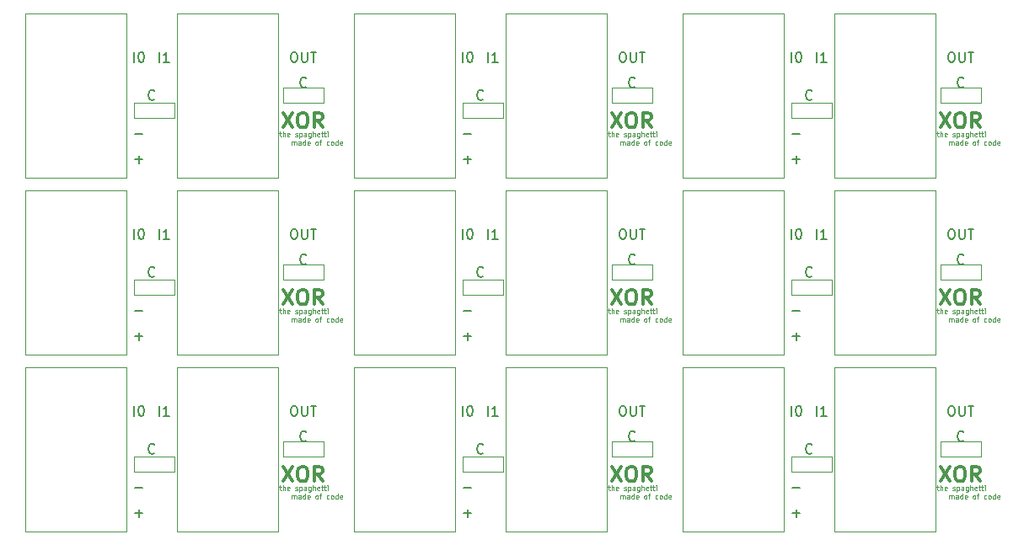
<source format=gto>
G04 #@! TF.GenerationSoftware,KiCad,Pcbnew,(5.1.6)-1*
G04 #@! TF.CreationDate,2020-06-03T08:18:39+09:00*
G04 #@! TF.ProjectId,XOR___,584f5262-d851-42e6-9b69-6361645f7063,rev?*
G04 #@! TF.SameCoordinates,Original*
G04 #@! TF.FileFunction,Legend,Top*
G04 #@! TF.FilePolarity,Positive*
%FSLAX46Y46*%
G04 Gerber Fmt 4.6, Leading zero omitted, Abs format (unit mm)*
G04 Created by KiCad (PCBNEW (5.1.6)-1) date 2020-06-03 08:18:39*
%MOMM*%
%LPD*%
G01*
G04 APERTURE LIST*
%ADD10C,0.150000*%
%ADD11C,0.100000*%
%ADD12C,0.300000*%
%ADD13C,0.120000*%
G04 APERTURE END LIST*
D10*
X151439523Y-93067142D02*
X151391904Y-93114761D01*
X151249047Y-93162380D01*
X151153809Y-93162380D01*
X151010952Y-93114761D01*
X150915714Y-93019523D01*
X150868095Y-92924285D01*
X150820476Y-92733809D01*
X150820476Y-92590952D01*
X150868095Y-92400476D01*
X150915714Y-92305238D01*
X151010952Y-92210000D01*
X151153809Y-92162380D01*
X151249047Y-92162380D01*
X151391904Y-92210000D01*
X151439523Y-92257619D01*
X118419523Y-93067142D02*
X118371904Y-93114761D01*
X118229047Y-93162380D01*
X118133809Y-93162380D01*
X117990952Y-93114761D01*
X117895714Y-93019523D01*
X117848095Y-92924285D01*
X117800476Y-92733809D01*
X117800476Y-92590952D01*
X117848095Y-92400476D01*
X117895714Y-92305238D01*
X117990952Y-92210000D01*
X118133809Y-92162380D01*
X118229047Y-92162380D01*
X118371904Y-92210000D01*
X118419523Y-92257619D01*
X85399523Y-93067142D02*
X85351904Y-93114761D01*
X85209047Y-93162380D01*
X85113809Y-93162380D01*
X84970952Y-93114761D01*
X84875714Y-93019523D01*
X84828095Y-92924285D01*
X84780476Y-92733809D01*
X84780476Y-92590952D01*
X84828095Y-92400476D01*
X84875714Y-92305238D01*
X84970952Y-92210000D01*
X85113809Y-92162380D01*
X85209047Y-92162380D01*
X85351904Y-92210000D01*
X85399523Y-92257619D01*
X151439523Y-75287142D02*
X151391904Y-75334761D01*
X151249047Y-75382380D01*
X151153809Y-75382380D01*
X151010952Y-75334761D01*
X150915714Y-75239523D01*
X150868095Y-75144285D01*
X150820476Y-74953809D01*
X150820476Y-74810952D01*
X150868095Y-74620476D01*
X150915714Y-74525238D01*
X151010952Y-74430000D01*
X151153809Y-74382380D01*
X151249047Y-74382380D01*
X151391904Y-74430000D01*
X151439523Y-74477619D01*
X118419523Y-75287142D02*
X118371904Y-75334761D01*
X118229047Y-75382380D01*
X118133809Y-75382380D01*
X117990952Y-75334761D01*
X117895714Y-75239523D01*
X117848095Y-75144285D01*
X117800476Y-74953809D01*
X117800476Y-74810952D01*
X117848095Y-74620476D01*
X117895714Y-74525238D01*
X117990952Y-74430000D01*
X118133809Y-74382380D01*
X118229047Y-74382380D01*
X118371904Y-74430000D01*
X118419523Y-74477619D01*
X85399523Y-75287142D02*
X85351904Y-75334761D01*
X85209047Y-75382380D01*
X85113809Y-75382380D01*
X84970952Y-75334761D01*
X84875714Y-75239523D01*
X84828095Y-75144285D01*
X84780476Y-74953809D01*
X84780476Y-74810952D01*
X84828095Y-74620476D01*
X84875714Y-74525238D01*
X84970952Y-74430000D01*
X85113809Y-74382380D01*
X85209047Y-74382380D01*
X85351904Y-74430000D01*
X85399523Y-74477619D01*
X151439523Y-57507142D02*
X151391904Y-57554761D01*
X151249047Y-57602380D01*
X151153809Y-57602380D01*
X151010952Y-57554761D01*
X150915714Y-57459523D01*
X150868095Y-57364285D01*
X150820476Y-57173809D01*
X150820476Y-57030952D01*
X150868095Y-56840476D01*
X150915714Y-56745238D01*
X151010952Y-56650000D01*
X151153809Y-56602380D01*
X151249047Y-56602380D01*
X151391904Y-56650000D01*
X151439523Y-56697619D01*
X118419523Y-57507142D02*
X118371904Y-57554761D01*
X118229047Y-57602380D01*
X118133809Y-57602380D01*
X117990952Y-57554761D01*
X117895714Y-57459523D01*
X117848095Y-57364285D01*
X117800476Y-57173809D01*
X117800476Y-57030952D01*
X117848095Y-56840476D01*
X117895714Y-56745238D01*
X117990952Y-56650000D01*
X118133809Y-56602380D01*
X118229047Y-56602380D01*
X118371904Y-56650000D01*
X118419523Y-56697619D01*
X165370000Y-88352380D02*
X165560476Y-88352380D01*
X165655714Y-88400000D01*
X165750952Y-88495238D01*
X165798571Y-88685714D01*
X165798571Y-89019047D01*
X165750952Y-89209523D01*
X165655714Y-89304761D01*
X165560476Y-89352380D01*
X165370000Y-89352380D01*
X165274761Y-89304761D01*
X165179523Y-89209523D01*
X165131904Y-89019047D01*
X165131904Y-88685714D01*
X165179523Y-88495238D01*
X165274761Y-88400000D01*
X165370000Y-88352380D01*
X166227142Y-88352380D02*
X166227142Y-89161904D01*
X166274761Y-89257142D01*
X166322380Y-89304761D01*
X166417619Y-89352380D01*
X166608095Y-89352380D01*
X166703333Y-89304761D01*
X166750952Y-89257142D01*
X166798571Y-89161904D01*
X166798571Y-88352380D01*
X167131904Y-88352380D02*
X167703333Y-88352380D01*
X167417619Y-89352380D02*
X167417619Y-88352380D01*
X132350000Y-88352380D02*
X132540476Y-88352380D01*
X132635714Y-88400000D01*
X132730952Y-88495238D01*
X132778571Y-88685714D01*
X132778571Y-89019047D01*
X132730952Y-89209523D01*
X132635714Y-89304761D01*
X132540476Y-89352380D01*
X132350000Y-89352380D01*
X132254761Y-89304761D01*
X132159523Y-89209523D01*
X132111904Y-89019047D01*
X132111904Y-88685714D01*
X132159523Y-88495238D01*
X132254761Y-88400000D01*
X132350000Y-88352380D01*
X133207142Y-88352380D02*
X133207142Y-89161904D01*
X133254761Y-89257142D01*
X133302380Y-89304761D01*
X133397619Y-89352380D01*
X133588095Y-89352380D01*
X133683333Y-89304761D01*
X133730952Y-89257142D01*
X133778571Y-89161904D01*
X133778571Y-88352380D01*
X134111904Y-88352380D02*
X134683333Y-88352380D01*
X134397619Y-89352380D02*
X134397619Y-88352380D01*
X99330000Y-88352380D02*
X99520476Y-88352380D01*
X99615714Y-88400000D01*
X99710952Y-88495238D01*
X99758571Y-88685714D01*
X99758571Y-89019047D01*
X99710952Y-89209523D01*
X99615714Y-89304761D01*
X99520476Y-89352380D01*
X99330000Y-89352380D01*
X99234761Y-89304761D01*
X99139523Y-89209523D01*
X99091904Y-89019047D01*
X99091904Y-88685714D01*
X99139523Y-88495238D01*
X99234761Y-88400000D01*
X99330000Y-88352380D01*
X100187142Y-88352380D02*
X100187142Y-89161904D01*
X100234761Y-89257142D01*
X100282380Y-89304761D01*
X100377619Y-89352380D01*
X100568095Y-89352380D01*
X100663333Y-89304761D01*
X100710952Y-89257142D01*
X100758571Y-89161904D01*
X100758571Y-88352380D01*
X101091904Y-88352380D02*
X101663333Y-88352380D01*
X101377619Y-89352380D02*
X101377619Y-88352380D01*
X165370000Y-70572380D02*
X165560476Y-70572380D01*
X165655714Y-70620000D01*
X165750952Y-70715238D01*
X165798571Y-70905714D01*
X165798571Y-71239047D01*
X165750952Y-71429523D01*
X165655714Y-71524761D01*
X165560476Y-71572380D01*
X165370000Y-71572380D01*
X165274761Y-71524761D01*
X165179523Y-71429523D01*
X165131904Y-71239047D01*
X165131904Y-70905714D01*
X165179523Y-70715238D01*
X165274761Y-70620000D01*
X165370000Y-70572380D01*
X166227142Y-70572380D02*
X166227142Y-71381904D01*
X166274761Y-71477142D01*
X166322380Y-71524761D01*
X166417619Y-71572380D01*
X166608095Y-71572380D01*
X166703333Y-71524761D01*
X166750952Y-71477142D01*
X166798571Y-71381904D01*
X166798571Y-70572380D01*
X167131904Y-70572380D02*
X167703333Y-70572380D01*
X167417619Y-71572380D02*
X167417619Y-70572380D01*
X132350000Y-70572380D02*
X132540476Y-70572380D01*
X132635714Y-70620000D01*
X132730952Y-70715238D01*
X132778571Y-70905714D01*
X132778571Y-71239047D01*
X132730952Y-71429523D01*
X132635714Y-71524761D01*
X132540476Y-71572380D01*
X132350000Y-71572380D01*
X132254761Y-71524761D01*
X132159523Y-71429523D01*
X132111904Y-71239047D01*
X132111904Y-70905714D01*
X132159523Y-70715238D01*
X132254761Y-70620000D01*
X132350000Y-70572380D01*
X133207142Y-70572380D02*
X133207142Y-71381904D01*
X133254761Y-71477142D01*
X133302380Y-71524761D01*
X133397619Y-71572380D01*
X133588095Y-71572380D01*
X133683333Y-71524761D01*
X133730952Y-71477142D01*
X133778571Y-71381904D01*
X133778571Y-70572380D01*
X134111904Y-70572380D02*
X134683333Y-70572380D01*
X134397619Y-71572380D02*
X134397619Y-70572380D01*
X99330000Y-70572380D02*
X99520476Y-70572380D01*
X99615714Y-70620000D01*
X99710952Y-70715238D01*
X99758571Y-70905714D01*
X99758571Y-71239047D01*
X99710952Y-71429523D01*
X99615714Y-71524761D01*
X99520476Y-71572380D01*
X99330000Y-71572380D01*
X99234761Y-71524761D01*
X99139523Y-71429523D01*
X99091904Y-71239047D01*
X99091904Y-70905714D01*
X99139523Y-70715238D01*
X99234761Y-70620000D01*
X99330000Y-70572380D01*
X100187142Y-70572380D02*
X100187142Y-71381904D01*
X100234761Y-71477142D01*
X100282380Y-71524761D01*
X100377619Y-71572380D01*
X100568095Y-71572380D01*
X100663333Y-71524761D01*
X100710952Y-71477142D01*
X100758571Y-71381904D01*
X100758571Y-70572380D01*
X101091904Y-70572380D02*
X101663333Y-70572380D01*
X101377619Y-71572380D02*
X101377619Y-70572380D01*
X165370000Y-52792380D02*
X165560476Y-52792380D01*
X165655714Y-52840000D01*
X165750952Y-52935238D01*
X165798571Y-53125714D01*
X165798571Y-53459047D01*
X165750952Y-53649523D01*
X165655714Y-53744761D01*
X165560476Y-53792380D01*
X165370000Y-53792380D01*
X165274761Y-53744761D01*
X165179523Y-53649523D01*
X165131904Y-53459047D01*
X165131904Y-53125714D01*
X165179523Y-52935238D01*
X165274761Y-52840000D01*
X165370000Y-52792380D01*
X166227142Y-52792380D02*
X166227142Y-53601904D01*
X166274761Y-53697142D01*
X166322380Y-53744761D01*
X166417619Y-53792380D01*
X166608095Y-53792380D01*
X166703333Y-53744761D01*
X166750952Y-53697142D01*
X166798571Y-53601904D01*
X166798571Y-52792380D01*
X167131904Y-52792380D02*
X167703333Y-52792380D01*
X167417619Y-53792380D02*
X167417619Y-52792380D01*
X132350000Y-52792380D02*
X132540476Y-52792380D01*
X132635714Y-52840000D01*
X132730952Y-52935238D01*
X132778571Y-53125714D01*
X132778571Y-53459047D01*
X132730952Y-53649523D01*
X132635714Y-53744761D01*
X132540476Y-53792380D01*
X132350000Y-53792380D01*
X132254761Y-53744761D01*
X132159523Y-53649523D01*
X132111904Y-53459047D01*
X132111904Y-53125714D01*
X132159523Y-52935238D01*
X132254761Y-52840000D01*
X132350000Y-52792380D01*
X133207142Y-52792380D02*
X133207142Y-53601904D01*
X133254761Y-53697142D01*
X133302380Y-53744761D01*
X133397619Y-53792380D01*
X133588095Y-53792380D01*
X133683333Y-53744761D01*
X133730952Y-53697142D01*
X133778571Y-53601904D01*
X133778571Y-52792380D01*
X134111904Y-52792380D02*
X134683333Y-52792380D01*
X134397619Y-53792380D02*
X134397619Y-52792380D01*
X151923809Y-89352380D02*
X151923809Y-88352380D01*
X152923809Y-89352380D02*
X152352380Y-89352380D01*
X152638095Y-89352380D02*
X152638095Y-88352380D01*
X152542857Y-88495238D01*
X152447619Y-88590476D01*
X152352380Y-88638095D01*
X118903809Y-89352380D02*
X118903809Y-88352380D01*
X119903809Y-89352380D02*
X119332380Y-89352380D01*
X119618095Y-89352380D02*
X119618095Y-88352380D01*
X119522857Y-88495238D01*
X119427619Y-88590476D01*
X119332380Y-88638095D01*
X85883809Y-89352380D02*
X85883809Y-88352380D01*
X86883809Y-89352380D02*
X86312380Y-89352380D01*
X86598095Y-89352380D02*
X86598095Y-88352380D01*
X86502857Y-88495238D01*
X86407619Y-88590476D01*
X86312380Y-88638095D01*
X151923809Y-71572380D02*
X151923809Y-70572380D01*
X152923809Y-71572380D02*
X152352380Y-71572380D01*
X152638095Y-71572380D02*
X152638095Y-70572380D01*
X152542857Y-70715238D01*
X152447619Y-70810476D01*
X152352380Y-70858095D01*
X118903809Y-71572380D02*
X118903809Y-70572380D01*
X119903809Y-71572380D02*
X119332380Y-71572380D01*
X119618095Y-71572380D02*
X119618095Y-70572380D01*
X119522857Y-70715238D01*
X119427619Y-70810476D01*
X119332380Y-70858095D01*
X85883809Y-71572380D02*
X85883809Y-70572380D01*
X86883809Y-71572380D02*
X86312380Y-71572380D01*
X86598095Y-71572380D02*
X86598095Y-70572380D01*
X86502857Y-70715238D01*
X86407619Y-70810476D01*
X86312380Y-70858095D01*
X151923809Y-53792380D02*
X151923809Y-52792380D01*
X152923809Y-53792380D02*
X152352380Y-53792380D01*
X152638095Y-53792380D02*
X152638095Y-52792380D01*
X152542857Y-52935238D01*
X152447619Y-53030476D01*
X152352380Y-53078095D01*
X118903809Y-53792380D02*
X118903809Y-52792380D01*
X119903809Y-53792380D02*
X119332380Y-53792380D01*
X119618095Y-53792380D02*
X119618095Y-52792380D01*
X119522857Y-52935238D01*
X119427619Y-53030476D01*
X119332380Y-53078095D01*
D11*
X163981142Y-96495857D02*
X164171619Y-96495857D01*
X164052571Y-96329190D02*
X164052571Y-96757761D01*
X164076380Y-96805380D01*
X164124000Y-96829190D01*
X164171619Y-96829190D01*
X164338285Y-96829190D02*
X164338285Y-96329190D01*
X164552571Y-96829190D02*
X164552571Y-96567285D01*
X164528761Y-96519666D01*
X164481142Y-96495857D01*
X164409714Y-96495857D01*
X164362095Y-96519666D01*
X164338285Y-96543476D01*
X164981142Y-96805380D02*
X164933523Y-96829190D01*
X164838285Y-96829190D01*
X164790666Y-96805380D01*
X164766857Y-96757761D01*
X164766857Y-96567285D01*
X164790666Y-96519666D01*
X164838285Y-96495857D01*
X164933523Y-96495857D01*
X164981142Y-96519666D01*
X165004952Y-96567285D01*
X165004952Y-96614904D01*
X164766857Y-96662523D01*
X165576380Y-96805380D02*
X165624000Y-96829190D01*
X165719238Y-96829190D01*
X165766857Y-96805380D01*
X165790666Y-96757761D01*
X165790666Y-96733952D01*
X165766857Y-96686333D01*
X165719238Y-96662523D01*
X165647809Y-96662523D01*
X165600190Y-96638714D01*
X165576380Y-96591095D01*
X165576380Y-96567285D01*
X165600190Y-96519666D01*
X165647809Y-96495857D01*
X165719238Y-96495857D01*
X165766857Y-96519666D01*
X166004952Y-96495857D02*
X166004952Y-96995857D01*
X166004952Y-96519666D02*
X166052571Y-96495857D01*
X166147809Y-96495857D01*
X166195428Y-96519666D01*
X166219238Y-96543476D01*
X166243047Y-96591095D01*
X166243047Y-96733952D01*
X166219238Y-96781571D01*
X166195428Y-96805380D01*
X166147809Y-96829190D01*
X166052571Y-96829190D01*
X166004952Y-96805380D01*
X166671619Y-96829190D02*
X166671619Y-96567285D01*
X166647809Y-96519666D01*
X166600190Y-96495857D01*
X166504952Y-96495857D01*
X166457333Y-96519666D01*
X166671619Y-96805380D02*
X166624000Y-96829190D01*
X166504952Y-96829190D01*
X166457333Y-96805380D01*
X166433523Y-96757761D01*
X166433523Y-96710142D01*
X166457333Y-96662523D01*
X166504952Y-96638714D01*
X166624000Y-96638714D01*
X166671619Y-96614904D01*
X167124000Y-96495857D02*
X167124000Y-96900619D01*
X167100190Y-96948238D01*
X167076380Y-96972047D01*
X167028761Y-96995857D01*
X166957333Y-96995857D01*
X166909714Y-96972047D01*
X167124000Y-96805380D02*
X167076380Y-96829190D01*
X166981142Y-96829190D01*
X166933523Y-96805380D01*
X166909714Y-96781571D01*
X166885904Y-96733952D01*
X166885904Y-96591095D01*
X166909714Y-96543476D01*
X166933523Y-96519666D01*
X166981142Y-96495857D01*
X167076380Y-96495857D01*
X167124000Y-96519666D01*
X167362095Y-96829190D02*
X167362095Y-96329190D01*
X167576380Y-96829190D02*
X167576380Y-96567285D01*
X167552571Y-96519666D01*
X167504952Y-96495857D01*
X167433523Y-96495857D01*
X167385904Y-96519666D01*
X167362095Y-96543476D01*
X168004952Y-96805380D02*
X167957333Y-96829190D01*
X167862095Y-96829190D01*
X167814476Y-96805380D01*
X167790666Y-96757761D01*
X167790666Y-96567285D01*
X167814476Y-96519666D01*
X167862095Y-96495857D01*
X167957333Y-96495857D01*
X168004952Y-96519666D01*
X168028761Y-96567285D01*
X168028761Y-96614904D01*
X167790666Y-96662523D01*
X168171619Y-96495857D02*
X168362095Y-96495857D01*
X168243047Y-96329190D02*
X168243047Y-96757761D01*
X168266857Y-96805380D01*
X168314476Y-96829190D01*
X168362095Y-96829190D01*
X168457333Y-96495857D02*
X168647809Y-96495857D01*
X168528761Y-96329190D02*
X168528761Y-96757761D01*
X168552571Y-96805380D01*
X168600190Y-96829190D01*
X168647809Y-96829190D01*
X168814476Y-96829190D02*
X168814476Y-96495857D01*
X168814476Y-96329190D02*
X168790666Y-96353000D01*
X168814476Y-96376809D01*
X168838285Y-96353000D01*
X168814476Y-96329190D01*
X168814476Y-96376809D01*
X165254952Y-97679190D02*
X165254952Y-97345857D01*
X165254952Y-97393476D02*
X165278761Y-97369666D01*
X165326380Y-97345857D01*
X165397809Y-97345857D01*
X165445428Y-97369666D01*
X165469238Y-97417285D01*
X165469238Y-97679190D01*
X165469238Y-97417285D02*
X165493047Y-97369666D01*
X165540666Y-97345857D01*
X165612095Y-97345857D01*
X165659714Y-97369666D01*
X165683523Y-97417285D01*
X165683523Y-97679190D01*
X166135904Y-97679190D02*
X166135904Y-97417285D01*
X166112095Y-97369666D01*
X166064476Y-97345857D01*
X165969238Y-97345857D01*
X165921619Y-97369666D01*
X166135904Y-97655380D02*
X166088285Y-97679190D01*
X165969238Y-97679190D01*
X165921619Y-97655380D01*
X165897809Y-97607761D01*
X165897809Y-97560142D01*
X165921619Y-97512523D01*
X165969238Y-97488714D01*
X166088285Y-97488714D01*
X166135904Y-97464904D01*
X166588285Y-97679190D02*
X166588285Y-97179190D01*
X166588285Y-97655380D02*
X166540666Y-97679190D01*
X166445428Y-97679190D01*
X166397809Y-97655380D01*
X166374000Y-97631571D01*
X166350190Y-97583952D01*
X166350190Y-97441095D01*
X166374000Y-97393476D01*
X166397809Y-97369666D01*
X166445428Y-97345857D01*
X166540666Y-97345857D01*
X166588285Y-97369666D01*
X167016857Y-97655380D02*
X166969238Y-97679190D01*
X166874000Y-97679190D01*
X166826380Y-97655380D01*
X166802571Y-97607761D01*
X166802571Y-97417285D01*
X166826380Y-97369666D01*
X166874000Y-97345857D01*
X166969238Y-97345857D01*
X167016857Y-97369666D01*
X167040666Y-97417285D01*
X167040666Y-97464904D01*
X166802571Y-97512523D01*
X167707333Y-97679190D02*
X167659714Y-97655380D01*
X167635904Y-97631571D01*
X167612095Y-97583952D01*
X167612095Y-97441095D01*
X167635904Y-97393476D01*
X167659714Y-97369666D01*
X167707333Y-97345857D01*
X167778761Y-97345857D01*
X167826380Y-97369666D01*
X167850190Y-97393476D01*
X167874000Y-97441095D01*
X167874000Y-97583952D01*
X167850190Y-97631571D01*
X167826380Y-97655380D01*
X167778761Y-97679190D01*
X167707333Y-97679190D01*
X168016857Y-97345857D02*
X168207333Y-97345857D01*
X168088285Y-97679190D02*
X168088285Y-97250619D01*
X168112095Y-97203000D01*
X168159714Y-97179190D01*
X168207333Y-97179190D01*
X168969238Y-97655380D02*
X168921619Y-97679190D01*
X168826380Y-97679190D01*
X168778761Y-97655380D01*
X168754952Y-97631571D01*
X168731142Y-97583952D01*
X168731142Y-97441095D01*
X168754952Y-97393476D01*
X168778761Y-97369666D01*
X168826380Y-97345857D01*
X168921619Y-97345857D01*
X168969238Y-97369666D01*
X169254952Y-97679190D02*
X169207333Y-97655380D01*
X169183523Y-97631571D01*
X169159714Y-97583952D01*
X169159714Y-97441095D01*
X169183523Y-97393476D01*
X169207333Y-97369666D01*
X169254952Y-97345857D01*
X169326380Y-97345857D01*
X169374000Y-97369666D01*
X169397809Y-97393476D01*
X169421619Y-97441095D01*
X169421619Y-97583952D01*
X169397809Y-97631571D01*
X169374000Y-97655380D01*
X169326380Y-97679190D01*
X169254952Y-97679190D01*
X169850190Y-97679190D02*
X169850190Y-97179190D01*
X169850190Y-97655380D02*
X169802571Y-97679190D01*
X169707333Y-97679190D01*
X169659714Y-97655380D01*
X169635904Y-97631571D01*
X169612095Y-97583952D01*
X169612095Y-97441095D01*
X169635904Y-97393476D01*
X169659714Y-97369666D01*
X169707333Y-97345857D01*
X169802571Y-97345857D01*
X169850190Y-97369666D01*
X170278761Y-97655380D02*
X170231142Y-97679190D01*
X170135904Y-97679190D01*
X170088285Y-97655380D01*
X170064476Y-97607761D01*
X170064476Y-97417285D01*
X170088285Y-97369666D01*
X170135904Y-97345857D01*
X170231142Y-97345857D01*
X170278761Y-97369666D01*
X170302571Y-97417285D01*
X170302571Y-97464904D01*
X170064476Y-97512523D01*
X130961142Y-96495857D02*
X131151619Y-96495857D01*
X131032571Y-96329190D02*
X131032571Y-96757761D01*
X131056380Y-96805380D01*
X131104000Y-96829190D01*
X131151619Y-96829190D01*
X131318285Y-96829190D02*
X131318285Y-96329190D01*
X131532571Y-96829190D02*
X131532571Y-96567285D01*
X131508761Y-96519666D01*
X131461142Y-96495857D01*
X131389714Y-96495857D01*
X131342095Y-96519666D01*
X131318285Y-96543476D01*
X131961142Y-96805380D02*
X131913523Y-96829190D01*
X131818285Y-96829190D01*
X131770666Y-96805380D01*
X131746857Y-96757761D01*
X131746857Y-96567285D01*
X131770666Y-96519666D01*
X131818285Y-96495857D01*
X131913523Y-96495857D01*
X131961142Y-96519666D01*
X131984952Y-96567285D01*
X131984952Y-96614904D01*
X131746857Y-96662523D01*
X132556380Y-96805380D02*
X132604000Y-96829190D01*
X132699238Y-96829190D01*
X132746857Y-96805380D01*
X132770666Y-96757761D01*
X132770666Y-96733952D01*
X132746857Y-96686333D01*
X132699238Y-96662523D01*
X132627809Y-96662523D01*
X132580190Y-96638714D01*
X132556380Y-96591095D01*
X132556380Y-96567285D01*
X132580190Y-96519666D01*
X132627809Y-96495857D01*
X132699238Y-96495857D01*
X132746857Y-96519666D01*
X132984952Y-96495857D02*
X132984952Y-96995857D01*
X132984952Y-96519666D02*
X133032571Y-96495857D01*
X133127809Y-96495857D01*
X133175428Y-96519666D01*
X133199238Y-96543476D01*
X133223047Y-96591095D01*
X133223047Y-96733952D01*
X133199238Y-96781571D01*
X133175428Y-96805380D01*
X133127809Y-96829190D01*
X133032571Y-96829190D01*
X132984952Y-96805380D01*
X133651619Y-96829190D02*
X133651619Y-96567285D01*
X133627809Y-96519666D01*
X133580190Y-96495857D01*
X133484952Y-96495857D01*
X133437333Y-96519666D01*
X133651619Y-96805380D02*
X133604000Y-96829190D01*
X133484952Y-96829190D01*
X133437333Y-96805380D01*
X133413523Y-96757761D01*
X133413523Y-96710142D01*
X133437333Y-96662523D01*
X133484952Y-96638714D01*
X133604000Y-96638714D01*
X133651619Y-96614904D01*
X134104000Y-96495857D02*
X134104000Y-96900619D01*
X134080190Y-96948238D01*
X134056380Y-96972047D01*
X134008761Y-96995857D01*
X133937333Y-96995857D01*
X133889714Y-96972047D01*
X134104000Y-96805380D02*
X134056380Y-96829190D01*
X133961142Y-96829190D01*
X133913523Y-96805380D01*
X133889714Y-96781571D01*
X133865904Y-96733952D01*
X133865904Y-96591095D01*
X133889714Y-96543476D01*
X133913523Y-96519666D01*
X133961142Y-96495857D01*
X134056380Y-96495857D01*
X134104000Y-96519666D01*
X134342095Y-96829190D02*
X134342095Y-96329190D01*
X134556380Y-96829190D02*
X134556380Y-96567285D01*
X134532571Y-96519666D01*
X134484952Y-96495857D01*
X134413523Y-96495857D01*
X134365904Y-96519666D01*
X134342095Y-96543476D01*
X134984952Y-96805380D02*
X134937333Y-96829190D01*
X134842095Y-96829190D01*
X134794476Y-96805380D01*
X134770666Y-96757761D01*
X134770666Y-96567285D01*
X134794476Y-96519666D01*
X134842095Y-96495857D01*
X134937333Y-96495857D01*
X134984952Y-96519666D01*
X135008761Y-96567285D01*
X135008761Y-96614904D01*
X134770666Y-96662523D01*
X135151619Y-96495857D02*
X135342095Y-96495857D01*
X135223047Y-96329190D02*
X135223047Y-96757761D01*
X135246857Y-96805380D01*
X135294476Y-96829190D01*
X135342095Y-96829190D01*
X135437333Y-96495857D02*
X135627809Y-96495857D01*
X135508761Y-96329190D02*
X135508761Y-96757761D01*
X135532571Y-96805380D01*
X135580190Y-96829190D01*
X135627809Y-96829190D01*
X135794476Y-96829190D02*
X135794476Y-96495857D01*
X135794476Y-96329190D02*
X135770666Y-96353000D01*
X135794476Y-96376809D01*
X135818285Y-96353000D01*
X135794476Y-96329190D01*
X135794476Y-96376809D01*
X132234952Y-97679190D02*
X132234952Y-97345857D01*
X132234952Y-97393476D02*
X132258761Y-97369666D01*
X132306380Y-97345857D01*
X132377809Y-97345857D01*
X132425428Y-97369666D01*
X132449238Y-97417285D01*
X132449238Y-97679190D01*
X132449238Y-97417285D02*
X132473047Y-97369666D01*
X132520666Y-97345857D01*
X132592095Y-97345857D01*
X132639714Y-97369666D01*
X132663523Y-97417285D01*
X132663523Y-97679190D01*
X133115904Y-97679190D02*
X133115904Y-97417285D01*
X133092095Y-97369666D01*
X133044476Y-97345857D01*
X132949238Y-97345857D01*
X132901619Y-97369666D01*
X133115904Y-97655380D02*
X133068285Y-97679190D01*
X132949238Y-97679190D01*
X132901619Y-97655380D01*
X132877809Y-97607761D01*
X132877809Y-97560142D01*
X132901619Y-97512523D01*
X132949238Y-97488714D01*
X133068285Y-97488714D01*
X133115904Y-97464904D01*
X133568285Y-97679190D02*
X133568285Y-97179190D01*
X133568285Y-97655380D02*
X133520666Y-97679190D01*
X133425428Y-97679190D01*
X133377809Y-97655380D01*
X133354000Y-97631571D01*
X133330190Y-97583952D01*
X133330190Y-97441095D01*
X133354000Y-97393476D01*
X133377809Y-97369666D01*
X133425428Y-97345857D01*
X133520666Y-97345857D01*
X133568285Y-97369666D01*
X133996857Y-97655380D02*
X133949238Y-97679190D01*
X133854000Y-97679190D01*
X133806380Y-97655380D01*
X133782571Y-97607761D01*
X133782571Y-97417285D01*
X133806380Y-97369666D01*
X133854000Y-97345857D01*
X133949238Y-97345857D01*
X133996857Y-97369666D01*
X134020666Y-97417285D01*
X134020666Y-97464904D01*
X133782571Y-97512523D01*
X134687333Y-97679190D02*
X134639714Y-97655380D01*
X134615904Y-97631571D01*
X134592095Y-97583952D01*
X134592095Y-97441095D01*
X134615904Y-97393476D01*
X134639714Y-97369666D01*
X134687333Y-97345857D01*
X134758761Y-97345857D01*
X134806380Y-97369666D01*
X134830190Y-97393476D01*
X134854000Y-97441095D01*
X134854000Y-97583952D01*
X134830190Y-97631571D01*
X134806380Y-97655380D01*
X134758761Y-97679190D01*
X134687333Y-97679190D01*
X134996857Y-97345857D02*
X135187333Y-97345857D01*
X135068285Y-97679190D02*
X135068285Y-97250619D01*
X135092095Y-97203000D01*
X135139714Y-97179190D01*
X135187333Y-97179190D01*
X135949238Y-97655380D02*
X135901619Y-97679190D01*
X135806380Y-97679190D01*
X135758761Y-97655380D01*
X135734952Y-97631571D01*
X135711142Y-97583952D01*
X135711142Y-97441095D01*
X135734952Y-97393476D01*
X135758761Y-97369666D01*
X135806380Y-97345857D01*
X135901619Y-97345857D01*
X135949238Y-97369666D01*
X136234952Y-97679190D02*
X136187333Y-97655380D01*
X136163523Y-97631571D01*
X136139714Y-97583952D01*
X136139714Y-97441095D01*
X136163523Y-97393476D01*
X136187333Y-97369666D01*
X136234952Y-97345857D01*
X136306380Y-97345857D01*
X136354000Y-97369666D01*
X136377809Y-97393476D01*
X136401619Y-97441095D01*
X136401619Y-97583952D01*
X136377809Y-97631571D01*
X136354000Y-97655380D01*
X136306380Y-97679190D01*
X136234952Y-97679190D01*
X136830190Y-97679190D02*
X136830190Y-97179190D01*
X136830190Y-97655380D02*
X136782571Y-97679190D01*
X136687333Y-97679190D01*
X136639714Y-97655380D01*
X136615904Y-97631571D01*
X136592095Y-97583952D01*
X136592095Y-97441095D01*
X136615904Y-97393476D01*
X136639714Y-97369666D01*
X136687333Y-97345857D01*
X136782571Y-97345857D01*
X136830190Y-97369666D01*
X137258761Y-97655380D02*
X137211142Y-97679190D01*
X137115904Y-97679190D01*
X137068285Y-97655380D01*
X137044476Y-97607761D01*
X137044476Y-97417285D01*
X137068285Y-97369666D01*
X137115904Y-97345857D01*
X137211142Y-97345857D01*
X137258761Y-97369666D01*
X137282571Y-97417285D01*
X137282571Y-97464904D01*
X137044476Y-97512523D01*
X97941142Y-96495857D02*
X98131619Y-96495857D01*
X98012571Y-96329190D02*
X98012571Y-96757761D01*
X98036380Y-96805380D01*
X98084000Y-96829190D01*
X98131619Y-96829190D01*
X98298285Y-96829190D02*
X98298285Y-96329190D01*
X98512571Y-96829190D02*
X98512571Y-96567285D01*
X98488761Y-96519666D01*
X98441142Y-96495857D01*
X98369714Y-96495857D01*
X98322095Y-96519666D01*
X98298285Y-96543476D01*
X98941142Y-96805380D02*
X98893523Y-96829190D01*
X98798285Y-96829190D01*
X98750666Y-96805380D01*
X98726857Y-96757761D01*
X98726857Y-96567285D01*
X98750666Y-96519666D01*
X98798285Y-96495857D01*
X98893523Y-96495857D01*
X98941142Y-96519666D01*
X98964952Y-96567285D01*
X98964952Y-96614904D01*
X98726857Y-96662523D01*
X99536380Y-96805380D02*
X99584000Y-96829190D01*
X99679238Y-96829190D01*
X99726857Y-96805380D01*
X99750666Y-96757761D01*
X99750666Y-96733952D01*
X99726857Y-96686333D01*
X99679238Y-96662523D01*
X99607809Y-96662523D01*
X99560190Y-96638714D01*
X99536380Y-96591095D01*
X99536380Y-96567285D01*
X99560190Y-96519666D01*
X99607809Y-96495857D01*
X99679238Y-96495857D01*
X99726857Y-96519666D01*
X99964952Y-96495857D02*
X99964952Y-96995857D01*
X99964952Y-96519666D02*
X100012571Y-96495857D01*
X100107809Y-96495857D01*
X100155428Y-96519666D01*
X100179238Y-96543476D01*
X100203047Y-96591095D01*
X100203047Y-96733952D01*
X100179238Y-96781571D01*
X100155428Y-96805380D01*
X100107809Y-96829190D01*
X100012571Y-96829190D01*
X99964952Y-96805380D01*
X100631619Y-96829190D02*
X100631619Y-96567285D01*
X100607809Y-96519666D01*
X100560190Y-96495857D01*
X100464952Y-96495857D01*
X100417333Y-96519666D01*
X100631619Y-96805380D02*
X100584000Y-96829190D01*
X100464952Y-96829190D01*
X100417333Y-96805380D01*
X100393523Y-96757761D01*
X100393523Y-96710142D01*
X100417333Y-96662523D01*
X100464952Y-96638714D01*
X100584000Y-96638714D01*
X100631619Y-96614904D01*
X101084000Y-96495857D02*
X101084000Y-96900619D01*
X101060190Y-96948238D01*
X101036380Y-96972047D01*
X100988761Y-96995857D01*
X100917333Y-96995857D01*
X100869714Y-96972047D01*
X101084000Y-96805380D02*
X101036380Y-96829190D01*
X100941142Y-96829190D01*
X100893523Y-96805380D01*
X100869714Y-96781571D01*
X100845904Y-96733952D01*
X100845904Y-96591095D01*
X100869714Y-96543476D01*
X100893523Y-96519666D01*
X100941142Y-96495857D01*
X101036380Y-96495857D01*
X101084000Y-96519666D01*
X101322095Y-96829190D02*
X101322095Y-96329190D01*
X101536380Y-96829190D02*
X101536380Y-96567285D01*
X101512571Y-96519666D01*
X101464952Y-96495857D01*
X101393523Y-96495857D01*
X101345904Y-96519666D01*
X101322095Y-96543476D01*
X101964952Y-96805380D02*
X101917333Y-96829190D01*
X101822095Y-96829190D01*
X101774476Y-96805380D01*
X101750666Y-96757761D01*
X101750666Y-96567285D01*
X101774476Y-96519666D01*
X101822095Y-96495857D01*
X101917333Y-96495857D01*
X101964952Y-96519666D01*
X101988761Y-96567285D01*
X101988761Y-96614904D01*
X101750666Y-96662523D01*
X102131619Y-96495857D02*
X102322095Y-96495857D01*
X102203047Y-96329190D02*
X102203047Y-96757761D01*
X102226857Y-96805380D01*
X102274476Y-96829190D01*
X102322095Y-96829190D01*
X102417333Y-96495857D02*
X102607809Y-96495857D01*
X102488761Y-96329190D02*
X102488761Y-96757761D01*
X102512571Y-96805380D01*
X102560190Y-96829190D01*
X102607809Y-96829190D01*
X102774476Y-96829190D02*
X102774476Y-96495857D01*
X102774476Y-96329190D02*
X102750666Y-96353000D01*
X102774476Y-96376809D01*
X102798285Y-96353000D01*
X102774476Y-96329190D01*
X102774476Y-96376809D01*
X99214952Y-97679190D02*
X99214952Y-97345857D01*
X99214952Y-97393476D02*
X99238761Y-97369666D01*
X99286380Y-97345857D01*
X99357809Y-97345857D01*
X99405428Y-97369666D01*
X99429238Y-97417285D01*
X99429238Y-97679190D01*
X99429238Y-97417285D02*
X99453047Y-97369666D01*
X99500666Y-97345857D01*
X99572095Y-97345857D01*
X99619714Y-97369666D01*
X99643523Y-97417285D01*
X99643523Y-97679190D01*
X100095904Y-97679190D02*
X100095904Y-97417285D01*
X100072095Y-97369666D01*
X100024476Y-97345857D01*
X99929238Y-97345857D01*
X99881619Y-97369666D01*
X100095904Y-97655380D02*
X100048285Y-97679190D01*
X99929238Y-97679190D01*
X99881619Y-97655380D01*
X99857809Y-97607761D01*
X99857809Y-97560142D01*
X99881619Y-97512523D01*
X99929238Y-97488714D01*
X100048285Y-97488714D01*
X100095904Y-97464904D01*
X100548285Y-97679190D02*
X100548285Y-97179190D01*
X100548285Y-97655380D02*
X100500666Y-97679190D01*
X100405428Y-97679190D01*
X100357809Y-97655380D01*
X100334000Y-97631571D01*
X100310190Y-97583952D01*
X100310190Y-97441095D01*
X100334000Y-97393476D01*
X100357809Y-97369666D01*
X100405428Y-97345857D01*
X100500666Y-97345857D01*
X100548285Y-97369666D01*
X100976857Y-97655380D02*
X100929238Y-97679190D01*
X100834000Y-97679190D01*
X100786380Y-97655380D01*
X100762571Y-97607761D01*
X100762571Y-97417285D01*
X100786380Y-97369666D01*
X100834000Y-97345857D01*
X100929238Y-97345857D01*
X100976857Y-97369666D01*
X101000666Y-97417285D01*
X101000666Y-97464904D01*
X100762571Y-97512523D01*
X101667333Y-97679190D02*
X101619714Y-97655380D01*
X101595904Y-97631571D01*
X101572095Y-97583952D01*
X101572095Y-97441095D01*
X101595904Y-97393476D01*
X101619714Y-97369666D01*
X101667333Y-97345857D01*
X101738761Y-97345857D01*
X101786380Y-97369666D01*
X101810190Y-97393476D01*
X101834000Y-97441095D01*
X101834000Y-97583952D01*
X101810190Y-97631571D01*
X101786380Y-97655380D01*
X101738761Y-97679190D01*
X101667333Y-97679190D01*
X101976857Y-97345857D02*
X102167333Y-97345857D01*
X102048285Y-97679190D02*
X102048285Y-97250619D01*
X102072095Y-97203000D01*
X102119714Y-97179190D01*
X102167333Y-97179190D01*
X102929238Y-97655380D02*
X102881619Y-97679190D01*
X102786380Y-97679190D01*
X102738761Y-97655380D01*
X102714952Y-97631571D01*
X102691142Y-97583952D01*
X102691142Y-97441095D01*
X102714952Y-97393476D01*
X102738761Y-97369666D01*
X102786380Y-97345857D01*
X102881619Y-97345857D01*
X102929238Y-97369666D01*
X103214952Y-97679190D02*
X103167333Y-97655380D01*
X103143523Y-97631571D01*
X103119714Y-97583952D01*
X103119714Y-97441095D01*
X103143523Y-97393476D01*
X103167333Y-97369666D01*
X103214952Y-97345857D01*
X103286380Y-97345857D01*
X103334000Y-97369666D01*
X103357809Y-97393476D01*
X103381619Y-97441095D01*
X103381619Y-97583952D01*
X103357809Y-97631571D01*
X103334000Y-97655380D01*
X103286380Y-97679190D01*
X103214952Y-97679190D01*
X103810190Y-97679190D02*
X103810190Y-97179190D01*
X103810190Y-97655380D02*
X103762571Y-97679190D01*
X103667333Y-97679190D01*
X103619714Y-97655380D01*
X103595904Y-97631571D01*
X103572095Y-97583952D01*
X103572095Y-97441095D01*
X103595904Y-97393476D01*
X103619714Y-97369666D01*
X103667333Y-97345857D01*
X103762571Y-97345857D01*
X103810190Y-97369666D01*
X104238761Y-97655380D02*
X104191142Y-97679190D01*
X104095904Y-97679190D01*
X104048285Y-97655380D01*
X104024476Y-97607761D01*
X104024476Y-97417285D01*
X104048285Y-97369666D01*
X104095904Y-97345857D01*
X104191142Y-97345857D01*
X104238761Y-97369666D01*
X104262571Y-97417285D01*
X104262571Y-97464904D01*
X104024476Y-97512523D01*
X163981142Y-78715857D02*
X164171619Y-78715857D01*
X164052571Y-78549190D02*
X164052571Y-78977761D01*
X164076380Y-79025380D01*
X164124000Y-79049190D01*
X164171619Y-79049190D01*
X164338285Y-79049190D02*
X164338285Y-78549190D01*
X164552571Y-79049190D02*
X164552571Y-78787285D01*
X164528761Y-78739666D01*
X164481142Y-78715857D01*
X164409714Y-78715857D01*
X164362095Y-78739666D01*
X164338285Y-78763476D01*
X164981142Y-79025380D02*
X164933523Y-79049190D01*
X164838285Y-79049190D01*
X164790666Y-79025380D01*
X164766857Y-78977761D01*
X164766857Y-78787285D01*
X164790666Y-78739666D01*
X164838285Y-78715857D01*
X164933523Y-78715857D01*
X164981142Y-78739666D01*
X165004952Y-78787285D01*
X165004952Y-78834904D01*
X164766857Y-78882523D01*
X165576380Y-79025380D02*
X165624000Y-79049190D01*
X165719238Y-79049190D01*
X165766857Y-79025380D01*
X165790666Y-78977761D01*
X165790666Y-78953952D01*
X165766857Y-78906333D01*
X165719238Y-78882523D01*
X165647809Y-78882523D01*
X165600190Y-78858714D01*
X165576380Y-78811095D01*
X165576380Y-78787285D01*
X165600190Y-78739666D01*
X165647809Y-78715857D01*
X165719238Y-78715857D01*
X165766857Y-78739666D01*
X166004952Y-78715857D02*
X166004952Y-79215857D01*
X166004952Y-78739666D02*
X166052571Y-78715857D01*
X166147809Y-78715857D01*
X166195428Y-78739666D01*
X166219238Y-78763476D01*
X166243047Y-78811095D01*
X166243047Y-78953952D01*
X166219238Y-79001571D01*
X166195428Y-79025380D01*
X166147809Y-79049190D01*
X166052571Y-79049190D01*
X166004952Y-79025380D01*
X166671619Y-79049190D02*
X166671619Y-78787285D01*
X166647809Y-78739666D01*
X166600190Y-78715857D01*
X166504952Y-78715857D01*
X166457333Y-78739666D01*
X166671619Y-79025380D02*
X166624000Y-79049190D01*
X166504952Y-79049190D01*
X166457333Y-79025380D01*
X166433523Y-78977761D01*
X166433523Y-78930142D01*
X166457333Y-78882523D01*
X166504952Y-78858714D01*
X166624000Y-78858714D01*
X166671619Y-78834904D01*
X167124000Y-78715857D02*
X167124000Y-79120619D01*
X167100190Y-79168238D01*
X167076380Y-79192047D01*
X167028761Y-79215857D01*
X166957333Y-79215857D01*
X166909714Y-79192047D01*
X167124000Y-79025380D02*
X167076380Y-79049190D01*
X166981142Y-79049190D01*
X166933523Y-79025380D01*
X166909714Y-79001571D01*
X166885904Y-78953952D01*
X166885904Y-78811095D01*
X166909714Y-78763476D01*
X166933523Y-78739666D01*
X166981142Y-78715857D01*
X167076380Y-78715857D01*
X167124000Y-78739666D01*
X167362095Y-79049190D02*
X167362095Y-78549190D01*
X167576380Y-79049190D02*
X167576380Y-78787285D01*
X167552571Y-78739666D01*
X167504952Y-78715857D01*
X167433523Y-78715857D01*
X167385904Y-78739666D01*
X167362095Y-78763476D01*
X168004952Y-79025380D02*
X167957333Y-79049190D01*
X167862095Y-79049190D01*
X167814476Y-79025380D01*
X167790666Y-78977761D01*
X167790666Y-78787285D01*
X167814476Y-78739666D01*
X167862095Y-78715857D01*
X167957333Y-78715857D01*
X168004952Y-78739666D01*
X168028761Y-78787285D01*
X168028761Y-78834904D01*
X167790666Y-78882523D01*
X168171619Y-78715857D02*
X168362095Y-78715857D01*
X168243047Y-78549190D02*
X168243047Y-78977761D01*
X168266857Y-79025380D01*
X168314476Y-79049190D01*
X168362095Y-79049190D01*
X168457333Y-78715857D02*
X168647809Y-78715857D01*
X168528761Y-78549190D02*
X168528761Y-78977761D01*
X168552571Y-79025380D01*
X168600190Y-79049190D01*
X168647809Y-79049190D01*
X168814476Y-79049190D02*
X168814476Y-78715857D01*
X168814476Y-78549190D02*
X168790666Y-78573000D01*
X168814476Y-78596809D01*
X168838285Y-78573000D01*
X168814476Y-78549190D01*
X168814476Y-78596809D01*
X165254952Y-79899190D02*
X165254952Y-79565857D01*
X165254952Y-79613476D02*
X165278761Y-79589666D01*
X165326380Y-79565857D01*
X165397809Y-79565857D01*
X165445428Y-79589666D01*
X165469238Y-79637285D01*
X165469238Y-79899190D01*
X165469238Y-79637285D02*
X165493047Y-79589666D01*
X165540666Y-79565857D01*
X165612095Y-79565857D01*
X165659714Y-79589666D01*
X165683523Y-79637285D01*
X165683523Y-79899190D01*
X166135904Y-79899190D02*
X166135904Y-79637285D01*
X166112095Y-79589666D01*
X166064476Y-79565857D01*
X165969238Y-79565857D01*
X165921619Y-79589666D01*
X166135904Y-79875380D02*
X166088285Y-79899190D01*
X165969238Y-79899190D01*
X165921619Y-79875380D01*
X165897809Y-79827761D01*
X165897809Y-79780142D01*
X165921619Y-79732523D01*
X165969238Y-79708714D01*
X166088285Y-79708714D01*
X166135904Y-79684904D01*
X166588285Y-79899190D02*
X166588285Y-79399190D01*
X166588285Y-79875380D02*
X166540666Y-79899190D01*
X166445428Y-79899190D01*
X166397809Y-79875380D01*
X166374000Y-79851571D01*
X166350190Y-79803952D01*
X166350190Y-79661095D01*
X166374000Y-79613476D01*
X166397809Y-79589666D01*
X166445428Y-79565857D01*
X166540666Y-79565857D01*
X166588285Y-79589666D01*
X167016857Y-79875380D02*
X166969238Y-79899190D01*
X166874000Y-79899190D01*
X166826380Y-79875380D01*
X166802571Y-79827761D01*
X166802571Y-79637285D01*
X166826380Y-79589666D01*
X166874000Y-79565857D01*
X166969238Y-79565857D01*
X167016857Y-79589666D01*
X167040666Y-79637285D01*
X167040666Y-79684904D01*
X166802571Y-79732523D01*
X167707333Y-79899190D02*
X167659714Y-79875380D01*
X167635904Y-79851571D01*
X167612095Y-79803952D01*
X167612095Y-79661095D01*
X167635904Y-79613476D01*
X167659714Y-79589666D01*
X167707333Y-79565857D01*
X167778761Y-79565857D01*
X167826380Y-79589666D01*
X167850190Y-79613476D01*
X167874000Y-79661095D01*
X167874000Y-79803952D01*
X167850190Y-79851571D01*
X167826380Y-79875380D01*
X167778761Y-79899190D01*
X167707333Y-79899190D01*
X168016857Y-79565857D02*
X168207333Y-79565857D01*
X168088285Y-79899190D02*
X168088285Y-79470619D01*
X168112095Y-79423000D01*
X168159714Y-79399190D01*
X168207333Y-79399190D01*
X168969238Y-79875380D02*
X168921619Y-79899190D01*
X168826380Y-79899190D01*
X168778761Y-79875380D01*
X168754952Y-79851571D01*
X168731142Y-79803952D01*
X168731142Y-79661095D01*
X168754952Y-79613476D01*
X168778761Y-79589666D01*
X168826380Y-79565857D01*
X168921619Y-79565857D01*
X168969238Y-79589666D01*
X169254952Y-79899190D02*
X169207333Y-79875380D01*
X169183523Y-79851571D01*
X169159714Y-79803952D01*
X169159714Y-79661095D01*
X169183523Y-79613476D01*
X169207333Y-79589666D01*
X169254952Y-79565857D01*
X169326380Y-79565857D01*
X169374000Y-79589666D01*
X169397809Y-79613476D01*
X169421619Y-79661095D01*
X169421619Y-79803952D01*
X169397809Y-79851571D01*
X169374000Y-79875380D01*
X169326380Y-79899190D01*
X169254952Y-79899190D01*
X169850190Y-79899190D02*
X169850190Y-79399190D01*
X169850190Y-79875380D02*
X169802571Y-79899190D01*
X169707333Y-79899190D01*
X169659714Y-79875380D01*
X169635904Y-79851571D01*
X169612095Y-79803952D01*
X169612095Y-79661095D01*
X169635904Y-79613476D01*
X169659714Y-79589666D01*
X169707333Y-79565857D01*
X169802571Y-79565857D01*
X169850190Y-79589666D01*
X170278761Y-79875380D02*
X170231142Y-79899190D01*
X170135904Y-79899190D01*
X170088285Y-79875380D01*
X170064476Y-79827761D01*
X170064476Y-79637285D01*
X170088285Y-79589666D01*
X170135904Y-79565857D01*
X170231142Y-79565857D01*
X170278761Y-79589666D01*
X170302571Y-79637285D01*
X170302571Y-79684904D01*
X170064476Y-79732523D01*
X130961142Y-78715857D02*
X131151619Y-78715857D01*
X131032571Y-78549190D02*
X131032571Y-78977761D01*
X131056380Y-79025380D01*
X131104000Y-79049190D01*
X131151619Y-79049190D01*
X131318285Y-79049190D02*
X131318285Y-78549190D01*
X131532571Y-79049190D02*
X131532571Y-78787285D01*
X131508761Y-78739666D01*
X131461142Y-78715857D01*
X131389714Y-78715857D01*
X131342095Y-78739666D01*
X131318285Y-78763476D01*
X131961142Y-79025380D02*
X131913523Y-79049190D01*
X131818285Y-79049190D01*
X131770666Y-79025380D01*
X131746857Y-78977761D01*
X131746857Y-78787285D01*
X131770666Y-78739666D01*
X131818285Y-78715857D01*
X131913523Y-78715857D01*
X131961142Y-78739666D01*
X131984952Y-78787285D01*
X131984952Y-78834904D01*
X131746857Y-78882523D01*
X132556380Y-79025380D02*
X132604000Y-79049190D01*
X132699238Y-79049190D01*
X132746857Y-79025380D01*
X132770666Y-78977761D01*
X132770666Y-78953952D01*
X132746857Y-78906333D01*
X132699238Y-78882523D01*
X132627809Y-78882523D01*
X132580190Y-78858714D01*
X132556380Y-78811095D01*
X132556380Y-78787285D01*
X132580190Y-78739666D01*
X132627809Y-78715857D01*
X132699238Y-78715857D01*
X132746857Y-78739666D01*
X132984952Y-78715857D02*
X132984952Y-79215857D01*
X132984952Y-78739666D02*
X133032571Y-78715857D01*
X133127809Y-78715857D01*
X133175428Y-78739666D01*
X133199238Y-78763476D01*
X133223047Y-78811095D01*
X133223047Y-78953952D01*
X133199238Y-79001571D01*
X133175428Y-79025380D01*
X133127809Y-79049190D01*
X133032571Y-79049190D01*
X132984952Y-79025380D01*
X133651619Y-79049190D02*
X133651619Y-78787285D01*
X133627809Y-78739666D01*
X133580190Y-78715857D01*
X133484952Y-78715857D01*
X133437333Y-78739666D01*
X133651619Y-79025380D02*
X133604000Y-79049190D01*
X133484952Y-79049190D01*
X133437333Y-79025380D01*
X133413523Y-78977761D01*
X133413523Y-78930142D01*
X133437333Y-78882523D01*
X133484952Y-78858714D01*
X133604000Y-78858714D01*
X133651619Y-78834904D01*
X134104000Y-78715857D02*
X134104000Y-79120619D01*
X134080190Y-79168238D01*
X134056380Y-79192047D01*
X134008761Y-79215857D01*
X133937333Y-79215857D01*
X133889714Y-79192047D01*
X134104000Y-79025380D02*
X134056380Y-79049190D01*
X133961142Y-79049190D01*
X133913523Y-79025380D01*
X133889714Y-79001571D01*
X133865904Y-78953952D01*
X133865904Y-78811095D01*
X133889714Y-78763476D01*
X133913523Y-78739666D01*
X133961142Y-78715857D01*
X134056380Y-78715857D01*
X134104000Y-78739666D01*
X134342095Y-79049190D02*
X134342095Y-78549190D01*
X134556380Y-79049190D02*
X134556380Y-78787285D01*
X134532571Y-78739666D01*
X134484952Y-78715857D01*
X134413523Y-78715857D01*
X134365904Y-78739666D01*
X134342095Y-78763476D01*
X134984952Y-79025380D02*
X134937333Y-79049190D01*
X134842095Y-79049190D01*
X134794476Y-79025380D01*
X134770666Y-78977761D01*
X134770666Y-78787285D01*
X134794476Y-78739666D01*
X134842095Y-78715857D01*
X134937333Y-78715857D01*
X134984952Y-78739666D01*
X135008761Y-78787285D01*
X135008761Y-78834904D01*
X134770666Y-78882523D01*
X135151619Y-78715857D02*
X135342095Y-78715857D01*
X135223047Y-78549190D02*
X135223047Y-78977761D01*
X135246857Y-79025380D01*
X135294476Y-79049190D01*
X135342095Y-79049190D01*
X135437333Y-78715857D02*
X135627809Y-78715857D01*
X135508761Y-78549190D02*
X135508761Y-78977761D01*
X135532571Y-79025380D01*
X135580190Y-79049190D01*
X135627809Y-79049190D01*
X135794476Y-79049190D02*
X135794476Y-78715857D01*
X135794476Y-78549190D02*
X135770666Y-78573000D01*
X135794476Y-78596809D01*
X135818285Y-78573000D01*
X135794476Y-78549190D01*
X135794476Y-78596809D01*
X132234952Y-79899190D02*
X132234952Y-79565857D01*
X132234952Y-79613476D02*
X132258761Y-79589666D01*
X132306380Y-79565857D01*
X132377809Y-79565857D01*
X132425428Y-79589666D01*
X132449238Y-79637285D01*
X132449238Y-79899190D01*
X132449238Y-79637285D02*
X132473047Y-79589666D01*
X132520666Y-79565857D01*
X132592095Y-79565857D01*
X132639714Y-79589666D01*
X132663523Y-79637285D01*
X132663523Y-79899190D01*
X133115904Y-79899190D02*
X133115904Y-79637285D01*
X133092095Y-79589666D01*
X133044476Y-79565857D01*
X132949238Y-79565857D01*
X132901619Y-79589666D01*
X133115904Y-79875380D02*
X133068285Y-79899190D01*
X132949238Y-79899190D01*
X132901619Y-79875380D01*
X132877809Y-79827761D01*
X132877809Y-79780142D01*
X132901619Y-79732523D01*
X132949238Y-79708714D01*
X133068285Y-79708714D01*
X133115904Y-79684904D01*
X133568285Y-79899190D02*
X133568285Y-79399190D01*
X133568285Y-79875380D02*
X133520666Y-79899190D01*
X133425428Y-79899190D01*
X133377809Y-79875380D01*
X133354000Y-79851571D01*
X133330190Y-79803952D01*
X133330190Y-79661095D01*
X133354000Y-79613476D01*
X133377809Y-79589666D01*
X133425428Y-79565857D01*
X133520666Y-79565857D01*
X133568285Y-79589666D01*
X133996857Y-79875380D02*
X133949238Y-79899190D01*
X133854000Y-79899190D01*
X133806380Y-79875380D01*
X133782571Y-79827761D01*
X133782571Y-79637285D01*
X133806380Y-79589666D01*
X133854000Y-79565857D01*
X133949238Y-79565857D01*
X133996857Y-79589666D01*
X134020666Y-79637285D01*
X134020666Y-79684904D01*
X133782571Y-79732523D01*
X134687333Y-79899190D02*
X134639714Y-79875380D01*
X134615904Y-79851571D01*
X134592095Y-79803952D01*
X134592095Y-79661095D01*
X134615904Y-79613476D01*
X134639714Y-79589666D01*
X134687333Y-79565857D01*
X134758761Y-79565857D01*
X134806380Y-79589666D01*
X134830190Y-79613476D01*
X134854000Y-79661095D01*
X134854000Y-79803952D01*
X134830190Y-79851571D01*
X134806380Y-79875380D01*
X134758761Y-79899190D01*
X134687333Y-79899190D01*
X134996857Y-79565857D02*
X135187333Y-79565857D01*
X135068285Y-79899190D02*
X135068285Y-79470619D01*
X135092095Y-79423000D01*
X135139714Y-79399190D01*
X135187333Y-79399190D01*
X135949238Y-79875380D02*
X135901619Y-79899190D01*
X135806380Y-79899190D01*
X135758761Y-79875380D01*
X135734952Y-79851571D01*
X135711142Y-79803952D01*
X135711142Y-79661095D01*
X135734952Y-79613476D01*
X135758761Y-79589666D01*
X135806380Y-79565857D01*
X135901619Y-79565857D01*
X135949238Y-79589666D01*
X136234952Y-79899190D02*
X136187333Y-79875380D01*
X136163523Y-79851571D01*
X136139714Y-79803952D01*
X136139714Y-79661095D01*
X136163523Y-79613476D01*
X136187333Y-79589666D01*
X136234952Y-79565857D01*
X136306380Y-79565857D01*
X136354000Y-79589666D01*
X136377809Y-79613476D01*
X136401619Y-79661095D01*
X136401619Y-79803952D01*
X136377809Y-79851571D01*
X136354000Y-79875380D01*
X136306380Y-79899190D01*
X136234952Y-79899190D01*
X136830190Y-79899190D02*
X136830190Y-79399190D01*
X136830190Y-79875380D02*
X136782571Y-79899190D01*
X136687333Y-79899190D01*
X136639714Y-79875380D01*
X136615904Y-79851571D01*
X136592095Y-79803952D01*
X136592095Y-79661095D01*
X136615904Y-79613476D01*
X136639714Y-79589666D01*
X136687333Y-79565857D01*
X136782571Y-79565857D01*
X136830190Y-79589666D01*
X137258761Y-79875380D02*
X137211142Y-79899190D01*
X137115904Y-79899190D01*
X137068285Y-79875380D01*
X137044476Y-79827761D01*
X137044476Y-79637285D01*
X137068285Y-79589666D01*
X137115904Y-79565857D01*
X137211142Y-79565857D01*
X137258761Y-79589666D01*
X137282571Y-79637285D01*
X137282571Y-79684904D01*
X137044476Y-79732523D01*
X97941142Y-78715857D02*
X98131619Y-78715857D01*
X98012571Y-78549190D02*
X98012571Y-78977761D01*
X98036380Y-79025380D01*
X98084000Y-79049190D01*
X98131619Y-79049190D01*
X98298285Y-79049190D02*
X98298285Y-78549190D01*
X98512571Y-79049190D02*
X98512571Y-78787285D01*
X98488761Y-78739666D01*
X98441142Y-78715857D01*
X98369714Y-78715857D01*
X98322095Y-78739666D01*
X98298285Y-78763476D01*
X98941142Y-79025380D02*
X98893523Y-79049190D01*
X98798285Y-79049190D01*
X98750666Y-79025380D01*
X98726857Y-78977761D01*
X98726857Y-78787285D01*
X98750666Y-78739666D01*
X98798285Y-78715857D01*
X98893523Y-78715857D01*
X98941142Y-78739666D01*
X98964952Y-78787285D01*
X98964952Y-78834904D01*
X98726857Y-78882523D01*
X99536380Y-79025380D02*
X99584000Y-79049190D01*
X99679238Y-79049190D01*
X99726857Y-79025380D01*
X99750666Y-78977761D01*
X99750666Y-78953952D01*
X99726857Y-78906333D01*
X99679238Y-78882523D01*
X99607809Y-78882523D01*
X99560190Y-78858714D01*
X99536380Y-78811095D01*
X99536380Y-78787285D01*
X99560190Y-78739666D01*
X99607809Y-78715857D01*
X99679238Y-78715857D01*
X99726857Y-78739666D01*
X99964952Y-78715857D02*
X99964952Y-79215857D01*
X99964952Y-78739666D02*
X100012571Y-78715857D01*
X100107809Y-78715857D01*
X100155428Y-78739666D01*
X100179238Y-78763476D01*
X100203047Y-78811095D01*
X100203047Y-78953952D01*
X100179238Y-79001571D01*
X100155428Y-79025380D01*
X100107809Y-79049190D01*
X100012571Y-79049190D01*
X99964952Y-79025380D01*
X100631619Y-79049190D02*
X100631619Y-78787285D01*
X100607809Y-78739666D01*
X100560190Y-78715857D01*
X100464952Y-78715857D01*
X100417333Y-78739666D01*
X100631619Y-79025380D02*
X100584000Y-79049190D01*
X100464952Y-79049190D01*
X100417333Y-79025380D01*
X100393523Y-78977761D01*
X100393523Y-78930142D01*
X100417333Y-78882523D01*
X100464952Y-78858714D01*
X100584000Y-78858714D01*
X100631619Y-78834904D01*
X101084000Y-78715857D02*
X101084000Y-79120619D01*
X101060190Y-79168238D01*
X101036380Y-79192047D01*
X100988761Y-79215857D01*
X100917333Y-79215857D01*
X100869714Y-79192047D01*
X101084000Y-79025380D02*
X101036380Y-79049190D01*
X100941142Y-79049190D01*
X100893523Y-79025380D01*
X100869714Y-79001571D01*
X100845904Y-78953952D01*
X100845904Y-78811095D01*
X100869714Y-78763476D01*
X100893523Y-78739666D01*
X100941142Y-78715857D01*
X101036380Y-78715857D01*
X101084000Y-78739666D01*
X101322095Y-79049190D02*
X101322095Y-78549190D01*
X101536380Y-79049190D02*
X101536380Y-78787285D01*
X101512571Y-78739666D01*
X101464952Y-78715857D01*
X101393523Y-78715857D01*
X101345904Y-78739666D01*
X101322095Y-78763476D01*
X101964952Y-79025380D02*
X101917333Y-79049190D01*
X101822095Y-79049190D01*
X101774476Y-79025380D01*
X101750666Y-78977761D01*
X101750666Y-78787285D01*
X101774476Y-78739666D01*
X101822095Y-78715857D01*
X101917333Y-78715857D01*
X101964952Y-78739666D01*
X101988761Y-78787285D01*
X101988761Y-78834904D01*
X101750666Y-78882523D01*
X102131619Y-78715857D02*
X102322095Y-78715857D01*
X102203047Y-78549190D02*
X102203047Y-78977761D01*
X102226857Y-79025380D01*
X102274476Y-79049190D01*
X102322095Y-79049190D01*
X102417333Y-78715857D02*
X102607809Y-78715857D01*
X102488761Y-78549190D02*
X102488761Y-78977761D01*
X102512571Y-79025380D01*
X102560190Y-79049190D01*
X102607809Y-79049190D01*
X102774476Y-79049190D02*
X102774476Y-78715857D01*
X102774476Y-78549190D02*
X102750666Y-78573000D01*
X102774476Y-78596809D01*
X102798285Y-78573000D01*
X102774476Y-78549190D01*
X102774476Y-78596809D01*
X99214952Y-79899190D02*
X99214952Y-79565857D01*
X99214952Y-79613476D02*
X99238761Y-79589666D01*
X99286380Y-79565857D01*
X99357809Y-79565857D01*
X99405428Y-79589666D01*
X99429238Y-79637285D01*
X99429238Y-79899190D01*
X99429238Y-79637285D02*
X99453047Y-79589666D01*
X99500666Y-79565857D01*
X99572095Y-79565857D01*
X99619714Y-79589666D01*
X99643523Y-79637285D01*
X99643523Y-79899190D01*
X100095904Y-79899190D02*
X100095904Y-79637285D01*
X100072095Y-79589666D01*
X100024476Y-79565857D01*
X99929238Y-79565857D01*
X99881619Y-79589666D01*
X100095904Y-79875380D02*
X100048285Y-79899190D01*
X99929238Y-79899190D01*
X99881619Y-79875380D01*
X99857809Y-79827761D01*
X99857809Y-79780142D01*
X99881619Y-79732523D01*
X99929238Y-79708714D01*
X100048285Y-79708714D01*
X100095904Y-79684904D01*
X100548285Y-79899190D02*
X100548285Y-79399190D01*
X100548285Y-79875380D02*
X100500666Y-79899190D01*
X100405428Y-79899190D01*
X100357809Y-79875380D01*
X100334000Y-79851571D01*
X100310190Y-79803952D01*
X100310190Y-79661095D01*
X100334000Y-79613476D01*
X100357809Y-79589666D01*
X100405428Y-79565857D01*
X100500666Y-79565857D01*
X100548285Y-79589666D01*
X100976857Y-79875380D02*
X100929238Y-79899190D01*
X100834000Y-79899190D01*
X100786380Y-79875380D01*
X100762571Y-79827761D01*
X100762571Y-79637285D01*
X100786380Y-79589666D01*
X100834000Y-79565857D01*
X100929238Y-79565857D01*
X100976857Y-79589666D01*
X101000666Y-79637285D01*
X101000666Y-79684904D01*
X100762571Y-79732523D01*
X101667333Y-79899190D02*
X101619714Y-79875380D01*
X101595904Y-79851571D01*
X101572095Y-79803952D01*
X101572095Y-79661095D01*
X101595904Y-79613476D01*
X101619714Y-79589666D01*
X101667333Y-79565857D01*
X101738761Y-79565857D01*
X101786380Y-79589666D01*
X101810190Y-79613476D01*
X101834000Y-79661095D01*
X101834000Y-79803952D01*
X101810190Y-79851571D01*
X101786380Y-79875380D01*
X101738761Y-79899190D01*
X101667333Y-79899190D01*
X101976857Y-79565857D02*
X102167333Y-79565857D01*
X102048285Y-79899190D02*
X102048285Y-79470619D01*
X102072095Y-79423000D01*
X102119714Y-79399190D01*
X102167333Y-79399190D01*
X102929238Y-79875380D02*
X102881619Y-79899190D01*
X102786380Y-79899190D01*
X102738761Y-79875380D01*
X102714952Y-79851571D01*
X102691142Y-79803952D01*
X102691142Y-79661095D01*
X102714952Y-79613476D01*
X102738761Y-79589666D01*
X102786380Y-79565857D01*
X102881619Y-79565857D01*
X102929238Y-79589666D01*
X103214952Y-79899190D02*
X103167333Y-79875380D01*
X103143523Y-79851571D01*
X103119714Y-79803952D01*
X103119714Y-79661095D01*
X103143523Y-79613476D01*
X103167333Y-79589666D01*
X103214952Y-79565857D01*
X103286380Y-79565857D01*
X103334000Y-79589666D01*
X103357809Y-79613476D01*
X103381619Y-79661095D01*
X103381619Y-79803952D01*
X103357809Y-79851571D01*
X103334000Y-79875380D01*
X103286380Y-79899190D01*
X103214952Y-79899190D01*
X103810190Y-79899190D02*
X103810190Y-79399190D01*
X103810190Y-79875380D02*
X103762571Y-79899190D01*
X103667333Y-79899190D01*
X103619714Y-79875380D01*
X103595904Y-79851571D01*
X103572095Y-79803952D01*
X103572095Y-79661095D01*
X103595904Y-79613476D01*
X103619714Y-79589666D01*
X103667333Y-79565857D01*
X103762571Y-79565857D01*
X103810190Y-79589666D01*
X104238761Y-79875380D02*
X104191142Y-79899190D01*
X104095904Y-79899190D01*
X104048285Y-79875380D01*
X104024476Y-79827761D01*
X104024476Y-79637285D01*
X104048285Y-79589666D01*
X104095904Y-79565857D01*
X104191142Y-79565857D01*
X104238761Y-79589666D01*
X104262571Y-79637285D01*
X104262571Y-79684904D01*
X104024476Y-79732523D01*
X163981142Y-60935857D02*
X164171619Y-60935857D01*
X164052571Y-60769190D02*
X164052571Y-61197761D01*
X164076380Y-61245380D01*
X164124000Y-61269190D01*
X164171619Y-61269190D01*
X164338285Y-61269190D02*
X164338285Y-60769190D01*
X164552571Y-61269190D02*
X164552571Y-61007285D01*
X164528761Y-60959666D01*
X164481142Y-60935857D01*
X164409714Y-60935857D01*
X164362095Y-60959666D01*
X164338285Y-60983476D01*
X164981142Y-61245380D02*
X164933523Y-61269190D01*
X164838285Y-61269190D01*
X164790666Y-61245380D01*
X164766857Y-61197761D01*
X164766857Y-61007285D01*
X164790666Y-60959666D01*
X164838285Y-60935857D01*
X164933523Y-60935857D01*
X164981142Y-60959666D01*
X165004952Y-61007285D01*
X165004952Y-61054904D01*
X164766857Y-61102523D01*
X165576380Y-61245380D02*
X165624000Y-61269190D01*
X165719238Y-61269190D01*
X165766857Y-61245380D01*
X165790666Y-61197761D01*
X165790666Y-61173952D01*
X165766857Y-61126333D01*
X165719238Y-61102523D01*
X165647809Y-61102523D01*
X165600190Y-61078714D01*
X165576380Y-61031095D01*
X165576380Y-61007285D01*
X165600190Y-60959666D01*
X165647809Y-60935857D01*
X165719238Y-60935857D01*
X165766857Y-60959666D01*
X166004952Y-60935857D02*
X166004952Y-61435857D01*
X166004952Y-60959666D02*
X166052571Y-60935857D01*
X166147809Y-60935857D01*
X166195428Y-60959666D01*
X166219238Y-60983476D01*
X166243047Y-61031095D01*
X166243047Y-61173952D01*
X166219238Y-61221571D01*
X166195428Y-61245380D01*
X166147809Y-61269190D01*
X166052571Y-61269190D01*
X166004952Y-61245380D01*
X166671619Y-61269190D02*
X166671619Y-61007285D01*
X166647809Y-60959666D01*
X166600190Y-60935857D01*
X166504952Y-60935857D01*
X166457333Y-60959666D01*
X166671619Y-61245380D02*
X166624000Y-61269190D01*
X166504952Y-61269190D01*
X166457333Y-61245380D01*
X166433523Y-61197761D01*
X166433523Y-61150142D01*
X166457333Y-61102523D01*
X166504952Y-61078714D01*
X166624000Y-61078714D01*
X166671619Y-61054904D01*
X167124000Y-60935857D02*
X167124000Y-61340619D01*
X167100190Y-61388238D01*
X167076380Y-61412047D01*
X167028761Y-61435857D01*
X166957333Y-61435857D01*
X166909714Y-61412047D01*
X167124000Y-61245380D02*
X167076380Y-61269190D01*
X166981142Y-61269190D01*
X166933523Y-61245380D01*
X166909714Y-61221571D01*
X166885904Y-61173952D01*
X166885904Y-61031095D01*
X166909714Y-60983476D01*
X166933523Y-60959666D01*
X166981142Y-60935857D01*
X167076380Y-60935857D01*
X167124000Y-60959666D01*
X167362095Y-61269190D02*
X167362095Y-60769190D01*
X167576380Y-61269190D02*
X167576380Y-61007285D01*
X167552571Y-60959666D01*
X167504952Y-60935857D01*
X167433523Y-60935857D01*
X167385904Y-60959666D01*
X167362095Y-60983476D01*
X168004952Y-61245380D02*
X167957333Y-61269190D01*
X167862095Y-61269190D01*
X167814476Y-61245380D01*
X167790666Y-61197761D01*
X167790666Y-61007285D01*
X167814476Y-60959666D01*
X167862095Y-60935857D01*
X167957333Y-60935857D01*
X168004952Y-60959666D01*
X168028761Y-61007285D01*
X168028761Y-61054904D01*
X167790666Y-61102523D01*
X168171619Y-60935857D02*
X168362095Y-60935857D01*
X168243047Y-60769190D02*
X168243047Y-61197761D01*
X168266857Y-61245380D01*
X168314476Y-61269190D01*
X168362095Y-61269190D01*
X168457333Y-60935857D02*
X168647809Y-60935857D01*
X168528761Y-60769190D02*
X168528761Y-61197761D01*
X168552571Y-61245380D01*
X168600190Y-61269190D01*
X168647809Y-61269190D01*
X168814476Y-61269190D02*
X168814476Y-60935857D01*
X168814476Y-60769190D02*
X168790666Y-60793000D01*
X168814476Y-60816809D01*
X168838285Y-60793000D01*
X168814476Y-60769190D01*
X168814476Y-60816809D01*
X165254952Y-62119190D02*
X165254952Y-61785857D01*
X165254952Y-61833476D02*
X165278761Y-61809666D01*
X165326380Y-61785857D01*
X165397809Y-61785857D01*
X165445428Y-61809666D01*
X165469238Y-61857285D01*
X165469238Y-62119190D01*
X165469238Y-61857285D02*
X165493047Y-61809666D01*
X165540666Y-61785857D01*
X165612095Y-61785857D01*
X165659714Y-61809666D01*
X165683523Y-61857285D01*
X165683523Y-62119190D01*
X166135904Y-62119190D02*
X166135904Y-61857285D01*
X166112095Y-61809666D01*
X166064476Y-61785857D01*
X165969238Y-61785857D01*
X165921619Y-61809666D01*
X166135904Y-62095380D02*
X166088285Y-62119190D01*
X165969238Y-62119190D01*
X165921619Y-62095380D01*
X165897809Y-62047761D01*
X165897809Y-62000142D01*
X165921619Y-61952523D01*
X165969238Y-61928714D01*
X166088285Y-61928714D01*
X166135904Y-61904904D01*
X166588285Y-62119190D02*
X166588285Y-61619190D01*
X166588285Y-62095380D02*
X166540666Y-62119190D01*
X166445428Y-62119190D01*
X166397809Y-62095380D01*
X166374000Y-62071571D01*
X166350190Y-62023952D01*
X166350190Y-61881095D01*
X166374000Y-61833476D01*
X166397809Y-61809666D01*
X166445428Y-61785857D01*
X166540666Y-61785857D01*
X166588285Y-61809666D01*
X167016857Y-62095380D02*
X166969238Y-62119190D01*
X166874000Y-62119190D01*
X166826380Y-62095380D01*
X166802571Y-62047761D01*
X166802571Y-61857285D01*
X166826380Y-61809666D01*
X166874000Y-61785857D01*
X166969238Y-61785857D01*
X167016857Y-61809666D01*
X167040666Y-61857285D01*
X167040666Y-61904904D01*
X166802571Y-61952523D01*
X167707333Y-62119190D02*
X167659714Y-62095380D01*
X167635904Y-62071571D01*
X167612095Y-62023952D01*
X167612095Y-61881095D01*
X167635904Y-61833476D01*
X167659714Y-61809666D01*
X167707333Y-61785857D01*
X167778761Y-61785857D01*
X167826380Y-61809666D01*
X167850190Y-61833476D01*
X167874000Y-61881095D01*
X167874000Y-62023952D01*
X167850190Y-62071571D01*
X167826380Y-62095380D01*
X167778761Y-62119190D01*
X167707333Y-62119190D01*
X168016857Y-61785857D02*
X168207333Y-61785857D01*
X168088285Y-62119190D02*
X168088285Y-61690619D01*
X168112095Y-61643000D01*
X168159714Y-61619190D01*
X168207333Y-61619190D01*
X168969238Y-62095380D02*
X168921619Y-62119190D01*
X168826380Y-62119190D01*
X168778761Y-62095380D01*
X168754952Y-62071571D01*
X168731142Y-62023952D01*
X168731142Y-61881095D01*
X168754952Y-61833476D01*
X168778761Y-61809666D01*
X168826380Y-61785857D01*
X168921619Y-61785857D01*
X168969238Y-61809666D01*
X169254952Y-62119190D02*
X169207333Y-62095380D01*
X169183523Y-62071571D01*
X169159714Y-62023952D01*
X169159714Y-61881095D01*
X169183523Y-61833476D01*
X169207333Y-61809666D01*
X169254952Y-61785857D01*
X169326380Y-61785857D01*
X169374000Y-61809666D01*
X169397809Y-61833476D01*
X169421619Y-61881095D01*
X169421619Y-62023952D01*
X169397809Y-62071571D01*
X169374000Y-62095380D01*
X169326380Y-62119190D01*
X169254952Y-62119190D01*
X169850190Y-62119190D02*
X169850190Y-61619190D01*
X169850190Y-62095380D02*
X169802571Y-62119190D01*
X169707333Y-62119190D01*
X169659714Y-62095380D01*
X169635904Y-62071571D01*
X169612095Y-62023952D01*
X169612095Y-61881095D01*
X169635904Y-61833476D01*
X169659714Y-61809666D01*
X169707333Y-61785857D01*
X169802571Y-61785857D01*
X169850190Y-61809666D01*
X170278761Y-62095380D02*
X170231142Y-62119190D01*
X170135904Y-62119190D01*
X170088285Y-62095380D01*
X170064476Y-62047761D01*
X170064476Y-61857285D01*
X170088285Y-61809666D01*
X170135904Y-61785857D01*
X170231142Y-61785857D01*
X170278761Y-61809666D01*
X170302571Y-61857285D01*
X170302571Y-61904904D01*
X170064476Y-61952523D01*
X130961142Y-60935857D02*
X131151619Y-60935857D01*
X131032571Y-60769190D02*
X131032571Y-61197761D01*
X131056380Y-61245380D01*
X131104000Y-61269190D01*
X131151619Y-61269190D01*
X131318285Y-61269190D02*
X131318285Y-60769190D01*
X131532571Y-61269190D02*
X131532571Y-61007285D01*
X131508761Y-60959666D01*
X131461142Y-60935857D01*
X131389714Y-60935857D01*
X131342095Y-60959666D01*
X131318285Y-60983476D01*
X131961142Y-61245380D02*
X131913523Y-61269190D01*
X131818285Y-61269190D01*
X131770666Y-61245380D01*
X131746857Y-61197761D01*
X131746857Y-61007285D01*
X131770666Y-60959666D01*
X131818285Y-60935857D01*
X131913523Y-60935857D01*
X131961142Y-60959666D01*
X131984952Y-61007285D01*
X131984952Y-61054904D01*
X131746857Y-61102523D01*
X132556380Y-61245380D02*
X132604000Y-61269190D01*
X132699238Y-61269190D01*
X132746857Y-61245380D01*
X132770666Y-61197761D01*
X132770666Y-61173952D01*
X132746857Y-61126333D01*
X132699238Y-61102523D01*
X132627809Y-61102523D01*
X132580190Y-61078714D01*
X132556380Y-61031095D01*
X132556380Y-61007285D01*
X132580190Y-60959666D01*
X132627809Y-60935857D01*
X132699238Y-60935857D01*
X132746857Y-60959666D01*
X132984952Y-60935857D02*
X132984952Y-61435857D01*
X132984952Y-60959666D02*
X133032571Y-60935857D01*
X133127809Y-60935857D01*
X133175428Y-60959666D01*
X133199238Y-60983476D01*
X133223047Y-61031095D01*
X133223047Y-61173952D01*
X133199238Y-61221571D01*
X133175428Y-61245380D01*
X133127809Y-61269190D01*
X133032571Y-61269190D01*
X132984952Y-61245380D01*
X133651619Y-61269190D02*
X133651619Y-61007285D01*
X133627809Y-60959666D01*
X133580190Y-60935857D01*
X133484952Y-60935857D01*
X133437333Y-60959666D01*
X133651619Y-61245380D02*
X133604000Y-61269190D01*
X133484952Y-61269190D01*
X133437333Y-61245380D01*
X133413523Y-61197761D01*
X133413523Y-61150142D01*
X133437333Y-61102523D01*
X133484952Y-61078714D01*
X133604000Y-61078714D01*
X133651619Y-61054904D01*
X134104000Y-60935857D02*
X134104000Y-61340619D01*
X134080190Y-61388238D01*
X134056380Y-61412047D01*
X134008761Y-61435857D01*
X133937333Y-61435857D01*
X133889714Y-61412047D01*
X134104000Y-61245380D02*
X134056380Y-61269190D01*
X133961142Y-61269190D01*
X133913523Y-61245380D01*
X133889714Y-61221571D01*
X133865904Y-61173952D01*
X133865904Y-61031095D01*
X133889714Y-60983476D01*
X133913523Y-60959666D01*
X133961142Y-60935857D01*
X134056380Y-60935857D01*
X134104000Y-60959666D01*
X134342095Y-61269190D02*
X134342095Y-60769190D01*
X134556380Y-61269190D02*
X134556380Y-61007285D01*
X134532571Y-60959666D01*
X134484952Y-60935857D01*
X134413523Y-60935857D01*
X134365904Y-60959666D01*
X134342095Y-60983476D01*
X134984952Y-61245380D02*
X134937333Y-61269190D01*
X134842095Y-61269190D01*
X134794476Y-61245380D01*
X134770666Y-61197761D01*
X134770666Y-61007285D01*
X134794476Y-60959666D01*
X134842095Y-60935857D01*
X134937333Y-60935857D01*
X134984952Y-60959666D01*
X135008761Y-61007285D01*
X135008761Y-61054904D01*
X134770666Y-61102523D01*
X135151619Y-60935857D02*
X135342095Y-60935857D01*
X135223047Y-60769190D02*
X135223047Y-61197761D01*
X135246857Y-61245380D01*
X135294476Y-61269190D01*
X135342095Y-61269190D01*
X135437333Y-60935857D02*
X135627809Y-60935857D01*
X135508761Y-60769190D02*
X135508761Y-61197761D01*
X135532571Y-61245380D01*
X135580190Y-61269190D01*
X135627809Y-61269190D01*
X135794476Y-61269190D02*
X135794476Y-60935857D01*
X135794476Y-60769190D02*
X135770666Y-60793000D01*
X135794476Y-60816809D01*
X135818285Y-60793000D01*
X135794476Y-60769190D01*
X135794476Y-60816809D01*
X132234952Y-62119190D02*
X132234952Y-61785857D01*
X132234952Y-61833476D02*
X132258761Y-61809666D01*
X132306380Y-61785857D01*
X132377809Y-61785857D01*
X132425428Y-61809666D01*
X132449238Y-61857285D01*
X132449238Y-62119190D01*
X132449238Y-61857285D02*
X132473047Y-61809666D01*
X132520666Y-61785857D01*
X132592095Y-61785857D01*
X132639714Y-61809666D01*
X132663523Y-61857285D01*
X132663523Y-62119190D01*
X133115904Y-62119190D02*
X133115904Y-61857285D01*
X133092095Y-61809666D01*
X133044476Y-61785857D01*
X132949238Y-61785857D01*
X132901619Y-61809666D01*
X133115904Y-62095380D02*
X133068285Y-62119190D01*
X132949238Y-62119190D01*
X132901619Y-62095380D01*
X132877809Y-62047761D01*
X132877809Y-62000142D01*
X132901619Y-61952523D01*
X132949238Y-61928714D01*
X133068285Y-61928714D01*
X133115904Y-61904904D01*
X133568285Y-62119190D02*
X133568285Y-61619190D01*
X133568285Y-62095380D02*
X133520666Y-62119190D01*
X133425428Y-62119190D01*
X133377809Y-62095380D01*
X133354000Y-62071571D01*
X133330190Y-62023952D01*
X133330190Y-61881095D01*
X133354000Y-61833476D01*
X133377809Y-61809666D01*
X133425428Y-61785857D01*
X133520666Y-61785857D01*
X133568285Y-61809666D01*
X133996857Y-62095380D02*
X133949238Y-62119190D01*
X133854000Y-62119190D01*
X133806380Y-62095380D01*
X133782571Y-62047761D01*
X133782571Y-61857285D01*
X133806380Y-61809666D01*
X133854000Y-61785857D01*
X133949238Y-61785857D01*
X133996857Y-61809666D01*
X134020666Y-61857285D01*
X134020666Y-61904904D01*
X133782571Y-61952523D01*
X134687333Y-62119190D02*
X134639714Y-62095380D01*
X134615904Y-62071571D01*
X134592095Y-62023952D01*
X134592095Y-61881095D01*
X134615904Y-61833476D01*
X134639714Y-61809666D01*
X134687333Y-61785857D01*
X134758761Y-61785857D01*
X134806380Y-61809666D01*
X134830190Y-61833476D01*
X134854000Y-61881095D01*
X134854000Y-62023952D01*
X134830190Y-62071571D01*
X134806380Y-62095380D01*
X134758761Y-62119190D01*
X134687333Y-62119190D01*
X134996857Y-61785857D02*
X135187333Y-61785857D01*
X135068285Y-62119190D02*
X135068285Y-61690619D01*
X135092095Y-61643000D01*
X135139714Y-61619190D01*
X135187333Y-61619190D01*
X135949238Y-62095380D02*
X135901619Y-62119190D01*
X135806380Y-62119190D01*
X135758761Y-62095380D01*
X135734952Y-62071571D01*
X135711142Y-62023952D01*
X135711142Y-61881095D01*
X135734952Y-61833476D01*
X135758761Y-61809666D01*
X135806380Y-61785857D01*
X135901619Y-61785857D01*
X135949238Y-61809666D01*
X136234952Y-62119190D02*
X136187333Y-62095380D01*
X136163523Y-62071571D01*
X136139714Y-62023952D01*
X136139714Y-61881095D01*
X136163523Y-61833476D01*
X136187333Y-61809666D01*
X136234952Y-61785857D01*
X136306380Y-61785857D01*
X136354000Y-61809666D01*
X136377809Y-61833476D01*
X136401619Y-61881095D01*
X136401619Y-62023952D01*
X136377809Y-62071571D01*
X136354000Y-62095380D01*
X136306380Y-62119190D01*
X136234952Y-62119190D01*
X136830190Y-62119190D02*
X136830190Y-61619190D01*
X136830190Y-62095380D02*
X136782571Y-62119190D01*
X136687333Y-62119190D01*
X136639714Y-62095380D01*
X136615904Y-62071571D01*
X136592095Y-62023952D01*
X136592095Y-61881095D01*
X136615904Y-61833476D01*
X136639714Y-61809666D01*
X136687333Y-61785857D01*
X136782571Y-61785857D01*
X136830190Y-61809666D01*
X137258761Y-62095380D02*
X137211142Y-62119190D01*
X137115904Y-62119190D01*
X137068285Y-62095380D01*
X137044476Y-62047761D01*
X137044476Y-61857285D01*
X137068285Y-61809666D01*
X137115904Y-61785857D01*
X137211142Y-61785857D01*
X137258761Y-61809666D01*
X137282571Y-61857285D01*
X137282571Y-61904904D01*
X137044476Y-61952523D01*
D10*
X149383809Y-89352380D02*
X149383809Y-88352380D01*
X150050476Y-88352380D02*
X150145714Y-88352380D01*
X150240952Y-88400000D01*
X150288571Y-88447619D01*
X150336190Y-88542857D01*
X150383809Y-88733333D01*
X150383809Y-88971428D01*
X150336190Y-89161904D01*
X150288571Y-89257142D01*
X150240952Y-89304761D01*
X150145714Y-89352380D01*
X150050476Y-89352380D01*
X149955238Y-89304761D01*
X149907619Y-89257142D01*
X149860000Y-89161904D01*
X149812380Y-88971428D01*
X149812380Y-88733333D01*
X149860000Y-88542857D01*
X149907619Y-88447619D01*
X149955238Y-88400000D01*
X150050476Y-88352380D01*
X116363809Y-89352380D02*
X116363809Y-88352380D01*
X117030476Y-88352380D02*
X117125714Y-88352380D01*
X117220952Y-88400000D01*
X117268571Y-88447619D01*
X117316190Y-88542857D01*
X117363809Y-88733333D01*
X117363809Y-88971428D01*
X117316190Y-89161904D01*
X117268571Y-89257142D01*
X117220952Y-89304761D01*
X117125714Y-89352380D01*
X117030476Y-89352380D01*
X116935238Y-89304761D01*
X116887619Y-89257142D01*
X116840000Y-89161904D01*
X116792380Y-88971428D01*
X116792380Y-88733333D01*
X116840000Y-88542857D01*
X116887619Y-88447619D01*
X116935238Y-88400000D01*
X117030476Y-88352380D01*
X83343809Y-89352380D02*
X83343809Y-88352380D01*
X84010476Y-88352380D02*
X84105714Y-88352380D01*
X84200952Y-88400000D01*
X84248571Y-88447619D01*
X84296190Y-88542857D01*
X84343809Y-88733333D01*
X84343809Y-88971428D01*
X84296190Y-89161904D01*
X84248571Y-89257142D01*
X84200952Y-89304761D01*
X84105714Y-89352380D01*
X84010476Y-89352380D01*
X83915238Y-89304761D01*
X83867619Y-89257142D01*
X83820000Y-89161904D01*
X83772380Y-88971428D01*
X83772380Y-88733333D01*
X83820000Y-88542857D01*
X83867619Y-88447619D01*
X83915238Y-88400000D01*
X84010476Y-88352380D01*
X149383809Y-71572380D02*
X149383809Y-70572380D01*
X150050476Y-70572380D02*
X150145714Y-70572380D01*
X150240952Y-70620000D01*
X150288571Y-70667619D01*
X150336190Y-70762857D01*
X150383809Y-70953333D01*
X150383809Y-71191428D01*
X150336190Y-71381904D01*
X150288571Y-71477142D01*
X150240952Y-71524761D01*
X150145714Y-71572380D01*
X150050476Y-71572380D01*
X149955238Y-71524761D01*
X149907619Y-71477142D01*
X149860000Y-71381904D01*
X149812380Y-71191428D01*
X149812380Y-70953333D01*
X149860000Y-70762857D01*
X149907619Y-70667619D01*
X149955238Y-70620000D01*
X150050476Y-70572380D01*
X116363809Y-71572380D02*
X116363809Y-70572380D01*
X117030476Y-70572380D02*
X117125714Y-70572380D01*
X117220952Y-70620000D01*
X117268571Y-70667619D01*
X117316190Y-70762857D01*
X117363809Y-70953333D01*
X117363809Y-71191428D01*
X117316190Y-71381904D01*
X117268571Y-71477142D01*
X117220952Y-71524761D01*
X117125714Y-71572380D01*
X117030476Y-71572380D01*
X116935238Y-71524761D01*
X116887619Y-71477142D01*
X116840000Y-71381904D01*
X116792380Y-71191428D01*
X116792380Y-70953333D01*
X116840000Y-70762857D01*
X116887619Y-70667619D01*
X116935238Y-70620000D01*
X117030476Y-70572380D01*
X83343809Y-71572380D02*
X83343809Y-70572380D01*
X84010476Y-70572380D02*
X84105714Y-70572380D01*
X84200952Y-70620000D01*
X84248571Y-70667619D01*
X84296190Y-70762857D01*
X84343809Y-70953333D01*
X84343809Y-71191428D01*
X84296190Y-71381904D01*
X84248571Y-71477142D01*
X84200952Y-71524761D01*
X84105714Y-71572380D01*
X84010476Y-71572380D01*
X83915238Y-71524761D01*
X83867619Y-71477142D01*
X83820000Y-71381904D01*
X83772380Y-71191428D01*
X83772380Y-70953333D01*
X83820000Y-70762857D01*
X83867619Y-70667619D01*
X83915238Y-70620000D01*
X84010476Y-70572380D01*
X149383809Y-53792380D02*
X149383809Y-52792380D01*
X150050476Y-52792380D02*
X150145714Y-52792380D01*
X150240952Y-52840000D01*
X150288571Y-52887619D01*
X150336190Y-52982857D01*
X150383809Y-53173333D01*
X150383809Y-53411428D01*
X150336190Y-53601904D01*
X150288571Y-53697142D01*
X150240952Y-53744761D01*
X150145714Y-53792380D01*
X150050476Y-53792380D01*
X149955238Y-53744761D01*
X149907619Y-53697142D01*
X149860000Y-53601904D01*
X149812380Y-53411428D01*
X149812380Y-53173333D01*
X149860000Y-52982857D01*
X149907619Y-52887619D01*
X149955238Y-52840000D01*
X150050476Y-52792380D01*
X116363809Y-53792380D02*
X116363809Y-52792380D01*
X117030476Y-52792380D02*
X117125714Y-52792380D01*
X117220952Y-52840000D01*
X117268571Y-52887619D01*
X117316190Y-52982857D01*
X117363809Y-53173333D01*
X117363809Y-53411428D01*
X117316190Y-53601904D01*
X117268571Y-53697142D01*
X117220952Y-53744761D01*
X117125714Y-53792380D01*
X117030476Y-53792380D01*
X116935238Y-53744761D01*
X116887619Y-53697142D01*
X116840000Y-53601904D01*
X116792380Y-53411428D01*
X116792380Y-53173333D01*
X116840000Y-52982857D01*
X116887619Y-52887619D01*
X116935238Y-52840000D01*
X117030476Y-52792380D01*
X149479047Y-96591428D02*
X150240952Y-96591428D01*
X116459047Y-96591428D02*
X117220952Y-96591428D01*
X83439047Y-96591428D02*
X84200952Y-96591428D01*
X149479047Y-78811428D02*
X150240952Y-78811428D01*
X116459047Y-78811428D02*
X117220952Y-78811428D01*
X83439047Y-78811428D02*
X84200952Y-78811428D01*
X149479047Y-61031428D02*
X150240952Y-61031428D01*
X116459047Y-61031428D02*
X117220952Y-61031428D01*
X149479047Y-99131428D02*
X150240952Y-99131428D01*
X149860000Y-99512380D02*
X149860000Y-98750476D01*
X116459047Y-99131428D02*
X117220952Y-99131428D01*
X116840000Y-99512380D02*
X116840000Y-98750476D01*
X83439047Y-99131428D02*
X84200952Y-99131428D01*
X83820000Y-99512380D02*
X83820000Y-98750476D01*
X149479047Y-81351428D02*
X150240952Y-81351428D01*
X149860000Y-81732380D02*
X149860000Y-80970476D01*
X116459047Y-81351428D02*
X117220952Y-81351428D01*
X116840000Y-81732380D02*
X116840000Y-80970476D01*
X83439047Y-81351428D02*
X84200952Y-81351428D01*
X83820000Y-81732380D02*
X83820000Y-80970476D01*
X149479047Y-63571428D02*
X150240952Y-63571428D01*
X149860000Y-63952380D02*
X149860000Y-63190476D01*
X116459047Y-63571428D02*
X117220952Y-63571428D01*
X116840000Y-63952380D02*
X116840000Y-63190476D01*
D12*
X164334285Y-94428571D02*
X165334285Y-95928571D01*
X165334285Y-94428571D02*
X164334285Y-95928571D01*
X166191428Y-94428571D02*
X166477142Y-94428571D01*
X166620000Y-94500000D01*
X166762857Y-94642857D01*
X166834285Y-94928571D01*
X166834285Y-95428571D01*
X166762857Y-95714285D01*
X166620000Y-95857142D01*
X166477142Y-95928571D01*
X166191428Y-95928571D01*
X166048571Y-95857142D01*
X165905714Y-95714285D01*
X165834285Y-95428571D01*
X165834285Y-94928571D01*
X165905714Y-94642857D01*
X166048571Y-94500000D01*
X166191428Y-94428571D01*
X168334285Y-95928571D02*
X167834285Y-95214285D01*
X167477142Y-95928571D02*
X167477142Y-94428571D01*
X168048571Y-94428571D01*
X168191428Y-94500000D01*
X168262857Y-94571428D01*
X168334285Y-94714285D01*
X168334285Y-94928571D01*
X168262857Y-95071428D01*
X168191428Y-95142857D01*
X168048571Y-95214285D01*
X167477142Y-95214285D01*
X131314285Y-94428571D02*
X132314285Y-95928571D01*
X132314285Y-94428571D02*
X131314285Y-95928571D01*
X133171428Y-94428571D02*
X133457142Y-94428571D01*
X133600000Y-94500000D01*
X133742857Y-94642857D01*
X133814285Y-94928571D01*
X133814285Y-95428571D01*
X133742857Y-95714285D01*
X133600000Y-95857142D01*
X133457142Y-95928571D01*
X133171428Y-95928571D01*
X133028571Y-95857142D01*
X132885714Y-95714285D01*
X132814285Y-95428571D01*
X132814285Y-94928571D01*
X132885714Y-94642857D01*
X133028571Y-94500000D01*
X133171428Y-94428571D01*
X135314285Y-95928571D02*
X134814285Y-95214285D01*
X134457142Y-95928571D02*
X134457142Y-94428571D01*
X135028571Y-94428571D01*
X135171428Y-94500000D01*
X135242857Y-94571428D01*
X135314285Y-94714285D01*
X135314285Y-94928571D01*
X135242857Y-95071428D01*
X135171428Y-95142857D01*
X135028571Y-95214285D01*
X134457142Y-95214285D01*
X98294285Y-94428571D02*
X99294285Y-95928571D01*
X99294285Y-94428571D02*
X98294285Y-95928571D01*
X100151428Y-94428571D02*
X100437142Y-94428571D01*
X100580000Y-94500000D01*
X100722857Y-94642857D01*
X100794285Y-94928571D01*
X100794285Y-95428571D01*
X100722857Y-95714285D01*
X100580000Y-95857142D01*
X100437142Y-95928571D01*
X100151428Y-95928571D01*
X100008571Y-95857142D01*
X99865714Y-95714285D01*
X99794285Y-95428571D01*
X99794285Y-94928571D01*
X99865714Y-94642857D01*
X100008571Y-94500000D01*
X100151428Y-94428571D01*
X102294285Y-95928571D02*
X101794285Y-95214285D01*
X101437142Y-95928571D02*
X101437142Y-94428571D01*
X102008571Y-94428571D01*
X102151428Y-94500000D01*
X102222857Y-94571428D01*
X102294285Y-94714285D01*
X102294285Y-94928571D01*
X102222857Y-95071428D01*
X102151428Y-95142857D01*
X102008571Y-95214285D01*
X101437142Y-95214285D01*
X164334285Y-76648571D02*
X165334285Y-78148571D01*
X165334285Y-76648571D02*
X164334285Y-78148571D01*
X166191428Y-76648571D02*
X166477142Y-76648571D01*
X166620000Y-76720000D01*
X166762857Y-76862857D01*
X166834285Y-77148571D01*
X166834285Y-77648571D01*
X166762857Y-77934285D01*
X166620000Y-78077142D01*
X166477142Y-78148571D01*
X166191428Y-78148571D01*
X166048571Y-78077142D01*
X165905714Y-77934285D01*
X165834285Y-77648571D01*
X165834285Y-77148571D01*
X165905714Y-76862857D01*
X166048571Y-76720000D01*
X166191428Y-76648571D01*
X168334285Y-78148571D02*
X167834285Y-77434285D01*
X167477142Y-78148571D02*
X167477142Y-76648571D01*
X168048571Y-76648571D01*
X168191428Y-76720000D01*
X168262857Y-76791428D01*
X168334285Y-76934285D01*
X168334285Y-77148571D01*
X168262857Y-77291428D01*
X168191428Y-77362857D01*
X168048571Y-77434285D01*
X167477142Y-77434285D01*
X131314285Y-76648571D02*
X132314285Y-78148571D01*
X132314285Y-76648571D02*
X131314285Y-78148571D01*
X133171428Y-76648571D02*
X133457142Y-76648571D01*
X133600000Y-76720000D01*
X133742857Y-76862857D01*
X133814285Y-77148571D01*
X133814285Y-77648571D01*
X133742857Y-77934285D01*
X133600000Y-78077142D01*
X133457142Y-78148571D01*
X133171428Y-78148571D01*
X133028571Y-78077142D01*
X132885714Y-77934285D01*
X132814285Y-77648571D01*
X132814285Y-77148571D01*
X132885714Y-76862857D01*
X133028571Y-76720000D01*
X133171428Y-76648571D01*
X135314285Y-78148571D02*
X134814285Y-77434285D01*
X134457142Y-78148571D02*
X134457142Y-76648571D01*
X135028571Y-76648571D01*
X135171428Y-76720000D01*
X135242857Y-76791428D01*
X135314285Y-76934285D01*
X135314285Y-77148571D01*
X135242857Y-77291428D01*
X135171428Y-77362857D01*
X135028571Y-77434285D01*
X134457142Y-77434285D01*
X98294285Y-76648571D02*
X99294285Y-78148571D01*
X99294285Y-76648571D02*
X98294285Y-78148571D01*
X100151428Y-76648571D02*
X100437142Y-76648571D01*
X100580000Y-76720000D01*
X100722857Y-76862857D01*
X100794285Y-77148571D01*
X100794285Y-77648571D01*
X100722857Y-77934285D01*
X100580000Y-78077142D01*
X100437142Y-78148571D01*
X100151428Y-78148571D01*
X100008571Y-78077142D01*
X99865714Y-77934285D01*
X99794285Y-77648571D01*
X99794285Y-77148571D01*
X99865714Y-76862857D01*
X100008571Y-76720000D01*
X100151428Y-76648571D01*
X102294285Y-78148571D02*
X101794285Y-77434285D01*
X101437142Y-78148571D02*
X101437142Y-76648571D01*
X102008571Y-76648571D01*
X102151428Y-76720000D01*
X102222857Y-76791428D01*
X102294285Y-76934285D01*
X102294285Y-77148571D01*
X102222857Y-77291428D01*
X102151428Y-77362857D01*
X102008571Y-77434285D01*
X101437142Y-77434285D01*
X164334285Y-58868571D02*
X165334285Y-60368571D01*
X165334285Y-58868571D02*
X164334285Y-60368571D01*
X166191428Y-58868571D02*
X166477142Y-58868571D01*
X166620000Y-58940000D01*
X166762857Y-59082857D01*
X166834285Y-59368571D01*
X166834285Y-59868571D01*
X166762857Y-60154285D01*
X166620000Y-60297142D01*
X166477142Y-60368571D01*
X166191428Y-60368571D01*
X166048571Y-60297142D01*
X165905714Y-60154285D01*
X165834285Y-59868571D01*
X165834285Y-59368571D01*
X165905714Y-59082857D01*
X166048571Y-58940000D01*
X166191428Y-58868571D01*
X168334285Y-60368571D02*
X167834285Y-59654285D01*
X167477142Y-60368571D02*
X167477142Y-58868571D01*
X168048571Y-58868571D01*
X168191428Y-58940000D01*
X168262857Y-59011428D01*
X168334285Y-59154285D01*
X168334285Y-59368571D01*
X168262857Y-59511428D01*
X168191428Y-59582857D01*
X168048571Y-59654285D01*
X167477142Y-59654285D01*
X131314285Y-58868571D02*
X132314285Y-60368571D01*
X132314285Y-58868571D02*
X131314285Y-60368571D01*
X133171428Y-58868571D02*
X133457142Y-58868571D01*
X133600000Y-58940000D01*
X133742857Y-59082857D01*
X133814285Y-59368571D01*
X133814285Y-59868571D01*
X133742857Y-60154285D01*
X133600000Y-60297142D01*
X133457142Y-60368571D01*
X133171428Y-60368571D01*
X133028571Y-60297142D01*
X132885714Y-60154285D01*
X132814285Y-59868571D01*
X132814285Y-59368571D01*
X132885714Y-59082857D01*
X133028571Y-58940000D01*
X133171428Y-58868571D01*
X135314285Y-60368571D02*
X134814285Y-59654285D01*
X134457142Y-60368571D02*
X134457142Y-58868571D01*
X135028571Y-58868571D01*
X135171428Y-58940000D01*
X135242857Y-59011428D01*
X135314285Y-59154285D01*
X135314285Y-59368571D01*
X135242857Y-59511428D01*
X135171428Y-59582857D01*
X135028571Y-59654285D01*
X134457142Y-59654285D01*
D10*
X166679523Y-91797142D02*
X166631904Y-91844761D01*
X166489047Y-91892380D01*
X166393809Y-91892380D01*
X166250952Y-91844761D01*
X166155714Y-91749523D01*
X166108095Y-91654285D01*
X166060476Y-91463809D01*
X166060476Y-91320952D01*
X166108095Y-91130476D01*
X166155714Y-91035238D01*
X166250952Y-90940000D01*
X166393809Y-90892380D01*
X166489047Y-90892380D01*
X166631904Y-90940000D01*
X166679523Y-90987619D01*
X133659523Y-91797142D02*
X133611904Y-91844761D01*
X133469047Y-91892380D01*
X133373809Y-91892380D01*
X133230952Y-91844761D01*
X133135714Y-91749523D01*
X133088095Y-91654285D01*
X133040476Y-91463809D01*
X133040476Y-91320952D01*
X133088095Y-91130476D01*
X133135714Y-91035238D01*
X133230952Y-90940000D01*
X133373809Y-90892380D01*
X133469047Y-90892380D01*
X133611904Y-90940000D01*
X133659523Y-90987619D01*
X100639523Y-91797142D02*
X100591904Y-91844761D01*
X100449047Y-91892380D01*
X100353809Y-91892380D01*
X100210952Y-91844761D01*
X100115714Y-91749523D01*
X100068095Y-91654285D01*
X100020476Y-91463809D01*
X100020476Y-91320952D01*
X100068095Y-91130476D01*
X100115714Y-91035238D01*
X100210952Y-90940000D01*
X100353809Y-90892380D01*
X100449047Y-90892380D01*
X100591904Y-90940000D01*
X100639523Y-90987619D01*
X166679523Y-74017142D02*
X166631904Y-74064761D01*
X166489047Y-74112380D01*
X166393809Y-74112380D01*
X166250952Y-74064761D01*
X166155714Y-73969523D01*
X166108095Y-73874285D01*
X166060476Y-73683809D01*
X166060476Y-73540952D01*
X166108095Y-73350476D01*
X166155714Y-73255238D01*
X166250952Y-73160000D01*
X166393809Y-73112380D01*
X166489047Y-73112380D01*
X166631904Y-73160000D01*
X166679523Y-73207619D01*
X133659523Y-74017142D02*
X133611904Y-74064761D01*
X133469047Y-74112380D01*
X133373809Y-74112380D01*
X133230952Y-74064761D01*
X133135714Y-73969523D01*
X133088095Y-73874285D01*
X133040476Y-73683809D01*
X133040476Y-73540952D01*
X133088095Y-73350476D01*
X133135714Y-73255238D01*
X133230952Y-73160000D01*
X133373809Y-73112380D01*
X133469047Y-73112380D01*
X133611904Y-73160000D01*
X133659523Y-73207619D01*
X100639523Y-74017142D02*
X100591904Y-74064761D01*
X100449047Y-74112380D01*
X100353809Y-74112380D01*
X100210952Y-74064761D01*
X100115714Y-73969523D01*
X100068095Y-73874285D01*
X100020476Y-73683809D01*
X100020476Y-73540952D01*
X100068095Y-73350476D01*
X100115714Y-73255238D01*
X100210952Y-73160000D01*
X100353809Y-73112380D01*
X100449047Y-73112380D01*
X100591904Y-73160000D01*
X100639523Y-73207619D01*
X166679523Y-56237142D02*
X166631904Y-56284761D01*
X166489047Y-56332380D01*
X166393809Y-56332380D01*
X166250952Y-56284761D01*
X166155714Y-56189523D01*
X166108095Y-56094285D01*
X166060476Y-55903809D01*
X166060476Y-55760952D01*
X166108095Y-55570476D01*
X166155714Y-55475238D01*
X166250952Y-55380000D01*
X166393809Y-55332380D01*
X166489047Y-55332380D01*
X166631904Y-55380000D01*
X166679523Y-55427619D01*
X133659523Y-56237142D02*
X133611904Y-56284761D01*
X133469047Y-56332380D01*
X133373809Y-56332380D01*
X133230952Y-56284761D01*
X133135714Y-56189523D01*
X133088095Y-56094285D01*
X133040476Y-55903809D01*
X133040476Y-55760952D01*
X133088095Y-55570476D01*
X133135714Y-55475238D01*
X133230952Y-55380000D01*
X133373809Y-55332380D01*
X133469047Y-55332380D01*
X133611904Y-55380000D01*
X133659523Y-55427619D01*
D11*
X97941142Y-60935857D02*
X98131619Y-60935857D01*
X98012571Y-60769190D02*
X98012571Y-61197761D01*
X98036380Y-61245380D01*
X98084000Y-61269190D01*
X98131619Y-61269190D01*
X98298285Y-61269190D02*
X98298285Y-60769190D01*
X98512571Y-61269190D02*
X98512571Y-61007285D01*
X98488761Y-60959666D01*
X98441142Y-60935857D01*
X98369714Y-60935857D01*
X98322095Y-60959666D01*
X98298285Y-60983476D01*
X98941142Y-61245380D02*
X98893523Y-61269190D01*
X98798285Y-61269190D01*
X98750666Y-61245380D01*
X98726857Y-61197761D01*
X98726857Y-61007285D01*
X98750666Y-60959666D01*
X98798285Y-60935857D01*
X98893523Y-60935857D01*
X98941142Y-60959666D01*
X98964952Y-61007285D01*
X98964952Y-61054904D01*
X98726857Y-61102523D01*
X99536380Y-61245380D02*
X99584000Y-61269190D01*
X99679238Y-61269190D01*
X99726857Y-61245380D01*
X99750666Y-61197761D01*
X99750666Y-61173952D01*
X99726857Y-61126333D01*
X99679238Y-61102523D01*
X99607809Y-61102523D01*
X99560190Y-61078714D01*
X99536380Y-61031095D01*
X99536380Y-61007285D01*
X99560190Y-60959666D01*
X99607809Y-60935857D01*
X99679238Y-60935857D01*
X99726857Y-60959666D01*
X99964952Y-60935857D02*
X99964952Y-61435857D01*
X99964952Y-60959666D02*
X100012571Y-60935857D01*
X100107809Y-60935857D01*
X100155428Y-60959666D01*
X100179238Y-60983476D01*
X100203047Y-61031095D01*
X100203047Y-61173952D01*
X100179238Y-61221571D01*
X100155428Y-61245380D01*
X100107809Y-61269190D01*
X100012571Y-61269190D01*
X99964952Y-61245380D01*
X100631619Y-61269190D02*
X100631619Y-61007285D01*
X100607809Y-60959666D01*
X100560190Y-60935857D01*
X100464952Y-60935857D01*
X100417333Y-60959666D01*
X100631619Y-61245380D02*
X100584000Y-61269190D01*
X100464952Y-61269190D01*
X100417333Y-61245380D01*
X100393523Y-61197761D01*
X100393523Y-61150142D01*
X100417333Y-61102523D01*
X100464952Y-61078714D01*
X100584000Y-61078714D01*
X100631619Y-61054904D01*
X101084000Y-60935857D02*
X101084000Y-61340619D01*
X101060190Y-61388238D01*
X101036380Y-61412047D01*
X100988761Y-61435857D01*
X100917333Y-61435857D01*
X100869714Y-61412047D01*
X101084000Y-61245380D02*
X101036380Y-61269190D01*
X100941142Y-61269190D01*
X100893523Y-61245380D01*
X100869714Y-61221571D01*
X100845904Y-61173952D01*
X100845904Y-61031095D01*
X100869714Y-60983476D01*
X100893523Y-60959666D01*
X100941142Y-60935857D01*
X101036380Y-60935857D01*
X101084000Y-60959666D01*
X101322095Y-61269190D02*
X101322095Y-60769190D01*
X101536380Y-61269190D02*
X101536380Y-61007285D01*
X101512571Y-60959666D01*
X101464952Y-60935857D01*
X101393523Y-60935857D01*
X101345904Y-60959666D01*
X101322095Y-60983476D01*
X101964952Y-61245380D02*
X101917333Y-61269190D01*
X101822095Y-61269190D01*
X101774476Y-61245380D01*
X101750666Y-61197761D01*
X101750666Y-61007285D01*
X101774476Y-60959666D01*
X101822095Y-60935857D01*
X101917333Y-60935857D01*
X101964952Y-60959666D01*
X101988761Y-61007285D01*
X101988761Y-61054904D01*
X101750666Y-61102523D01*
X102131619Y-60935857D02*
X102322095Y-60935857D01*
X102203047Y-60769190D02*
X102203047Y-61197761D01*
X102226857Y-61245380D01*
X102274476Y-61269190D01*
X102322095Y-61269190D01*
X102417333Y-60935857D02*
X102607809Y-60935857D01*
X102488761Y-60769190D02*
X102488761Y-61197761D01*
X102512571Y-61245380D01*
X102560190Y-61269190D01*
X102607809Y-61269190D01*
X102774476Y-61269190D02*
X102774476Y-60935857D01*
X102774476Y-60769190D02*
X102750666Y-60793000D01*
X102774476Y-60816809D01*
X102798285Y-60793000D01*
X102774476Y-60769190D01*
X102774476Y-60816809D01*
X99214952Y-62119190D02*
X99214952Y-61785857D01*
X99214952Y-61833476D02*
X99238761Y-61809666D01*
X99286380Y-61785857D01*
X99357809Y-61785857D01*
X99405428Y-61809666D01*
X99429238Y-61857285D01*
X99429238Y-62119190D01*
X99429238Y-61857285D02*
X99453047Y-61809666D01*
X99500666Y-61785857D01*
X99572095Y-61785857D01*
X99619714Y-61809666D01*
X99643523Y-61857285D01*
X99643523Y-62119190D01*
X100095904Y-62119190D02*
X100095904Y-61857285D01*
X100072095Y-61809666D01*
X100024476Y-61785857D01*
X99929238Y-61785857D01*
X99881619Y-61809666D01*
X100095904Y-62095380D02*
X100048285Y-62119190D01*
X99929238Y-62119190D01*
X99881619Y-62095380D01*
X99857809Y-62047761D01*
X99857809Y-62000142D01*
X99881619Y-61952523D01*
X99929238Y-61928714D01*
X100048285Y-61928714D01*
X100095904Y-61904904D01*
X100548285Y-62119190D02*
X100548285Y-61619190D01*
X100548285Y-62095380D02*
X100500666Y-62119190D01*
X100405428Y-62119190D01*
X100357809Y-62095380D01*
X100334000Y-62071571D01*
X100310190Y-62023952D01*
X100310190Y-61881095D01*
X100334000Y-61833476D01*
X100357809Y-61809666D01*
X100405428Y-61785857D01*
X100500666Y-61785857D01*
X100548285Y-61809666D01*
X100976857Y-62095380D02*
X100929238Y-62119190D01*
X100834000Y-62119190D01*
X100786380Y-62095380D01*
X100762571Y-62047761D01*
X100762571Y-61857285D01*
X100786380Y-61809666D01*
X100834000Y-61785857D01*
X100929238Y-61785857D01*
X100976857Y-61809666D01*
X101000666Y-61857285D01*
X101000666Y-61904904D01*
X100762571Y-61952523D01*
X101667333Y-62119190D02*
X101619714Y-62095380D01*
X101595904Y-62071571D01*
X101572095Y-62023952D01*
X101572095Y-61881095D01*
X101595904Y-61833476D01*
X101619714Y-61809666D01*
X101667333Y-61785857D01*
X101738761Y-61785857D01*
X101786380Y-61809666D01*
X101810190Y-61833476D01*
X101834000Y-61881095D01*
X101834000Y-62023952D01*
X101810190Y-62071571D01*
X101786380Y-62095380D01*
X101738761Y-62119190D01*
X101667333Y-62119190D01*
X101976857Y-61785857D02*
X102167333Y-61785857D01*
X102048285Y-62119190D02*
X102048285Y-61690619D01*
X102072095Y-61643000D01*
X102119714Y-61619190D01*
X102167333Y-61619190D01*
X102929238Y-62095380D02*
X102881619Y-62119190D01*
X102786380Y-62119190D01*
X102738761Y-62095380D01*
X102714952Y-62071571D01*
X102691142Y-62023952D01*
X102691142Y-61881095D01*
X102714952Y-61833476D01*
X102738761Y-61809666D01*
X102786380Y-61785857D01*
X102881619Y-61785857D01*
X102929238Y-61809666D01*
X103214952Y-62119190D02*
X103167333Y-62095380D01*
X103143523Y-62071571D01*
X103119714Y-62023952D01*
X103119714Y-61881095D01*
X103143523Y-61833476D01*
X103167333Y-61809666D01*
X103214952Y-61785857D01*
X103286380Y-61785857D01*
X103334000Y-61809666D01*
X103357809Y-61833476D01*
X103381619Y-61881095D01*
X103381619Y-62023952D01*
X103357809Y-62071571D01*
X103334000Y-62095380D01*
X103286380Y-62119190D01*
X103214952Y-62119190D01*
X103810190Y-62119190D02*
X103810190Y-61619190D01*
X103810190Y-62095380D02*
X103762571Y-62119190D01*
X103667333Y-62119190D01*
X103619714Y-62095380D01*
X103595904Y-62071571D01*
X103572095Y-62023952D01*
X103572095Y-61881095D01*
X103595904Y-61833476D01*
X103619714Y-61809666D01*
X103667333Y-61785857D01*
X103762571Y-61785857D01*
X103810190Y-61809666D01*
X104238761Y-62095380D02*
X104191142Y-62119190D01*
X104095904Y-62119190D01*
X104048285Y-62095380D01*
X104024476Y-62047761D01*
X104024476Y-61857285D01*
X104048285Y-61809666D01*
X104095904Y-61785857D01*
X104191142Y-61785857D01*
X104238761Y-61809666D01*
X104262571Y-61857285D01*
X104262571Y-61904904D01*
X104024476Y-61952523D01*
D12*
X98294285Y-58868571D02*
X99294285Y-60368571D01*
X99294285Y-58868571D02*
X98294285Y-60368571D01*
X100151428Y-58868571D02*
X100437142Y-58868571D01*
X100580000Y-58940000D01*
X100722857Y-59082857D01*
X100794285Y-59368571D01*
X100794285Y-59868571D01*
X100722857Y-60154285D01*
X100580000Y-60297142D01*
X100437142Y-60368571D01*
X100151428Y-60368571D01*
X100008571Y-60297142D01*
X99865714Y-60154285D01*
X99794285Y-59868571D01*
X99794285Y-59368571D01*
X99865714Y-59082857D01*
X100008571Y-58940000D01*
X100151428Y-58868571D01*
X102294285Y-60368571D02*
X101794285Y-59654285D01*
X101437142Y-60368571D02*
X101437142Y-58868571D01*
X102008571Y-58868571D01*
X102151428Y-58940000D01*
X102222857Y-59011428D01*
X102294285Y-59154285D01*
X102294285Y-59368571D01*
X102222857Y-59511428D01*
X102151428Y-59582857D01*
X102008571Y-59654285D01*
X101437142Y-59654285D01*
D10*
X99330000Y-52792380D02*
X99520476Y-52792380D01*
X99615714Y-52840000D01*
X99710952Y-52935238D01*
X99758571Y-53125714D01*
X99758571Y-53459047D01*
X99710952Y-53649523D01*
X99615714Y-53744761D01*
X99520476Y-53792380D01*
X99330000Y-53792380D01*
X99234761Y-53744761D01*
X99139523Y-53649523D01*
X99091904Y-53459047D01*
X99091904Y-53125714D01*
X99139523Y-52935238D01*
X99234761Y-52840000D01*
X99330000Y-52792380D01*
X100187142Y-52792380D02*
X100187142Y-53601904D01*
X100234761Y-53697142D01*
X100282380Y-53744761D01*
X100377619Y-53792380D01*
X100568095Y-53792380D01*
X100663333Y-53744761D01*
X100710952Y-53697142D01*
X100758571Y-53601904D01*
X100758571Y-52792380D01*
X101091904Y-52792380D02*
X101663333Y-52792380D01*
X101377619Y-53792380D02*
X101377619Y-52792380D01*
X100639523Y-56237142D02*
X100591904Y-56284761D01*
X100449047Y-56332380D01*
X100353809Y-56332380D01*
X100210952Y-56284761D01*
X100115714Y-56189523D01*
X100068095Y-56094285D01*
X100020476Y-55903809D01*
X100020476Y-55760952D01*
X100068095Y-55570476D01*
X100115714Y-55475238D01*
X100210952Y-55380000D01*
X100353809Y-55332380D01*
X100449047Y-55332380D01*
X100591904Y-55380000D01*
X100639523Y-55427619D01*
X83439047Y-63571428D02*
X84200952Y-63571428D01*
X83820000Y-63952380D02*
X83820000Y-63190476D01*
X83439047Y-61031428D02*
X84200952Y-61031428D01*
X85399523Y-57507142D02*
X85351904Y-57554761D01*
X85209047Y-57602380D01*
X85113809Y-57602380D01*
X84970952Y-57554761D01*
X84875714Y-57459523D01*
X84828095Y-57364285D01*
X84780476Y-57173809D01*
X84780476Y-57030952D01*
X84828095Y-56840476D01*
X84875714Y-56745238D01*
X84970952Y-56650000D01*
X85113809Y-56602380D01*
X85209047Y-56602380D01*
X85351904Y-56650000D01*
X85399523Y-56697619D01*
X85883809Y-53792380D02*
X85883809Y-52792380D01*
X86883809Y-53792380D02*
X86312380Y-53792380D01*
X86598095Y-53792380D02*
X86598095Y-52792380D01*
X86502857Y-52935238D01*
X86407619Y-53030476D01*
X86312380Y-53078095D01*
X83343809Y-53792380D02*
X83343809Y-52792380D01*
X84010476Y-52792380D02*
X84105714Y-52792380D01*
X84200952Y-52840000D01*
X84248571Y-52887619D01*
X84296190Y-52982857D01*
X84343809Y-53173333D01*
X84343809Y-53411428D01*
X84296190Y-53601904D01*
X84248571Y-53697142D01*
X84200952Y-53744761D01*
X84105714Y-53792380D01*
X84010476Y-53792380D01*
X83915238Y-53744761D01*
X83867619Y-53697142D01*
X83820000Y-53601904D01*
X83772380Y-53411428D01*
X83772380Y-53173333D01*
X83820000Y-52982857D01*
X83867619Y-52887619D01*
X83915238Y-52840000D01*
X84010476Y-52792380D01*
D13*
X138430000Y-100965000D02*
X138430000Y-84455000D01*
X148590000Y-100965000D02*
X138430000Y-100965000D01*
X148590000Y-84455000D02*
X148590000Y-100965000D01*
X138430000Y-84455000D02*
X148590000Y-84455000D01*
X105410000Y-100965000D02*
X105410000Y-84455000D01*
X115570000Y-100965000D02*
X105410000Y-100965000D01*
X115570000Y-84455000D02*
X115570000Y-100965000D01*
X105410000Y-84455000D02*
X115570000Y-84455000D01*
X72390000Y-100965000D02*
X72390000Y-84455000D01*
X82550000Y-100965000D02*
X72390000Y-100965000D01*
X82550000Y-84455000D02*
X82550000Y-100965000D01*
X72390000Y-84455000D02*
X82550000Y-84455000D01*
X138430000Y-83185000D02*
X138430000Y-66675000D01*
X148590000Y-83185000D02*
X138430000Y-83185000D01*
X148590000Y-66675000D02*
X148590000Y-83185000D01*
X138430000Y-66675000D02*
X148590000Y-66675000D01*
X105410000Y-83185000D02*
X105410000Y-66675000D01*
X115570000Y-83185000D02*
X105410000Y-83185000D01*
X115570000Y-66675000D02*
X115570000Y-83185000D01*
X105410000Y-66675000D02*
X115570000Y-66675000D01*
X72390000Y-83185000D02*
X72390000Y-66675000D01*
X82550000Y-83185000D02*
X72390000Y-83185000D01*
X82550000Y-66675000D02*
X82550000Y-83185000D01*
X72390000Y-66675000D02*
X82550000Y-66675000D01*
X138430000Y-65405000D02*
X138430000Y-48895000D01*
X148590000Y-65405000D02*
X138430000Y-65405000D01*
X148590000Y-48895000D02*
X148590000Y-65405000D01*
X138430000Y-48895000D02*
X148590000Y-48895000D01*
X105410000Y-65405000D02*
X105410000Y-48895000D01*
X115570000Y-65405000D02*
X105410000Y-65405000D01*
X115570000Y-48895000D02*
X115570000Y-65405000D01*
X105410000Y-48895000D02*
X115570000Y-48895000D01*
X153670000Y-84455000D02*
X163830000Y-84455000D01*
X163830000Y-84455000D02*
X163830000Y-100965000D01*
X163830000Y-100965000D02*
X153670000Y-100965000D01*
X153670000Y-100965000D02*
X153670000Y-84455000D01*
X120650000Y-84455000D02*
X130810000Y-84455000D01*
X130810000Y-84455000D02*
X130810000Y-100965000D01*
X130810000Y-100965000D02*
X120650000Y-100965000D01*
X120650000Y-100965000D02*
X120650000Y-84455000D01*
X87630000Y-84455000D02*
X97790000Y-84455000D01*
X97790000Y-84455000D02*
X97790000Y-100965000D01*
X97790000Y-100965000D02*
X87630000Y-100965000D01*
X87630000Y-100965000D02*
X87630000Y-84455000D01*
X153670000Y-66675000D02*
X163830000Y-66675000D01*
X163830000Y-66675000D02*
X163830000Y-83185000D01*
X163830000Y-83185000D02*
X153670000Y-83185000D01*
X153670000Y-83185000D02*
X153670000Y-66675000D01*
X120650000Y-66675000D02*
X130810000Y-66675000D01*
X130810000Y-66675000D02*
X130810000Y-83185000D01*
X130810000Y-83185000D02*
X120650000Y-83185000D01*
X120650000Y-83185000D02*
X120650000Y-66675000D01*
X87630000Y-66675000D02*
X97790000Y-66675000D01*
X97790000Y-66675000D02*
X97790000Y-83185000D01*
X97790000Y-83185000D02*
X87630000Y-83185000D01*
X87630000Y-83185000D02*
X87630000Y-66675000D01*
X153670000Y-48895000D02*
X163830000Y-48895000D01*
X163830000Y-48895000D02*
X163830000Y-65405000D01*
X163830000Y-65405000D02*
X153670000Y-65405000D01*
X153670000Y-65405000D02*
X153670000Y-48895000D01*
X120650000Y-48895000D02*
X130810000Y-48895000D01*
X130810000Y-48895000D02*
X130810000Y-65405000D01*
X130810000Y-65405000D02*
X120650000Y-65405000D01*
X120650000Y-65405000D02*
X120650000Y-48895000D01*
X168402000Y-93472000D02*
X164338000Y-93472000D01*
X164338000Y-93472000D02*
X164338000Y-91948000D01*
X164338000Y-91948000D02*
X168402000Y-91948000D01*
X168402000Y-91948000D02*
X168402000Y-93472000D01*
X135382000Y-93472000D02*
X131318000Y-93472000D01*
X131318000Y-93472000D02*
X131318000Y-91948000D01*
X131318000Y-91948000D02*
X135382000Y-91948000D01*
X135382000Y-91948000D02*
X135382000Y-93472000D01*
X102362000Y-93472000D02*
X98298000Y-93472000D01*
X98298000Y-93472000D02*
X98298000Y-91948000D01*
X98298000Y-91948000D02*
X102362000Y-91948000D01*
X102362000Y-91948000D02*
X102362000Y-93472000D01*
X168402000Y-75692000D02*
X164338000Y-75692000D01*
X164338000Y-75692000D02*
X164338000Y-74168000D01*
X164338000Y-74168000D02*
X168402000Y-74168000D01*
X168402000Y-74168000D02*
X168402000Y-75692000D01*
X135382000Y-75692000D02*
X131318000Y-75692000D01*
X131318000Y-75692000D02*
X131318000Y-74168000D01*
X131318000Y-74168000D02*
X135382000Y-74168000D01*
X135382000Y-74168000D02*
X135382000Y-75692000D01*
X102362000Y-75692000D02*
X98298000Y-75692000D01*
X98298000Y-75692000D02*
X98298000Y-74168000D01*
X98298000Y-74168000D02*
X102362000Y-74168000D01*
X102362000Y-74168000D02*
X102362000Y-75692000D01*
X168402000Y-57912000D02*
X164338000Y-57912000D01*
X164338000Y-57912000D02*
X164338000Y-56388000D01*
X164338000Y-56388000D02*
X168402000Y-56388000D01*
X168402000Y-56388000D02*
X168402000Y-57912000D01*
X135382000Y-57912000D02*
X131318000Y-57912000D01*
X131318000Y-57912000D02*
X131318000Y-56388000D01*
X131318000Y-56388000D02*
X135382000Y-56388000D01*
X135382000Y-56388000D02*
X135382000Y-57912000D01*
X153416000Y-93472000D02*
X153416000Y-94996000D01*
X149352000Y-93472000D02*
X153416000Y-93472000D01*
X149352000Y-94996000D02*
X149352000Y-93472000D01*
X153416000Y-94996000D02*
X149352000Y-94996000D01*
X120396000Y-93472000D02*
X120396000Y-94996000D01*
X116332000Y-93472000D02*
X120396000Y-93472000D01*
X116332000Y-94996000D02*
X116332000Y-93472000D01*
X120396000Y-94996000D02*
X116332000Y-94996000D01*
X87376000Y-93472000D02*
X87376000Y-94996000D01*
X83312000Y-93472000D02*
X87376000Y-93472000D01*
X83312000Y-94996000D02*
X83312000Y-93472000D01*
X87376000Y-94996000D02*
X83312000Y-94996000D01*
X153416000Y-75692000D02*
X153416000Y-77216000D01*
X149352000Y-75692000D02*
X153416000Y-75692000D01*
X149352000Y-77216000D02*
X149352000Y-75692000D01*
X153416000Y-77216000D02*
X149352000Y-77216000D01*
X120396000Y-75692000D02*
X120396000Y-77216000D01*
X116332000Y-75692000D02*
X120396000Y-75692000D01*
X116332000Y-77216000D02*
X116332000Y-75692000D01*
X120396000Y-77216000D02*
X116332000Y-77216000D01*
X87376000Y-75692000D02*
X87376000Y-77216000D01*
X83312000Y-75692000D02*
X87376000Y-75692000D01*
X83312000Y-77216000D02*
X83312000Y-75692000D01*
X87376000Y-77216000D02*
X83312000Y-77216000D01*
X153416000Y-57912000D02*
X153416000Y-59436000D01*
X149352000Y-57912000D02*
X153416000Y-57912000D01*
X149352000Y-59436000D02*
X149352000Y-57912000D01*
X153416000Y-59436000D02*
X149352000Y-59436000D01*
X120396000Y-57912000D02*
X120396000Y-59436000D01*
X116332000Y-57912000D02*
X120396000Y-57912000D01*
X116332000Y-59436000D02*
X116332000Y-57912000D01*
X120396000Y-59436000D02*
X116332000Y-59436000D01*
X87376000Y-59436000D02*
X83312000Y-59436000D01*
X83312000Y-59436000D02*
X83312000Y-57912000D01*
X83312000Y-57912000D02*
X87376000Y-57912000D01*
X87376000Y-57912000D02*
X87376000Y-59436000D01*
X102362000Y-56388000D02*
X102362000Y-57912000D01*
X98298000Y-56388000D02*
X102362000Y-56388000D01*
X98298000Y-57912000D02*
X98298000Y-56388000D01*
X102362000Y-57912000D02*
X98298000Y-57912000D01*
X72390000Y-48895000D02*
X82550000Y-48895000D01*
X82550000Y-48895000D02*
X82550000Y-65405000D01*
X82550000Y-65405000D02*
X72390000Y-65405000D01*
X72390000Y-65405000D02*
X72390000Y-48895000D01*
X87630000Y-65405000D02*
X87630000Y-48895000D01*
X97790000Y-65405000D02*
X87630000Y-65405000D01*
X97790000Y-48895000D02*
X97790000Y-65405000D01*
X87630000Y-48895000D02*
X97790000Y-48895000D01*
M02*

</source>
